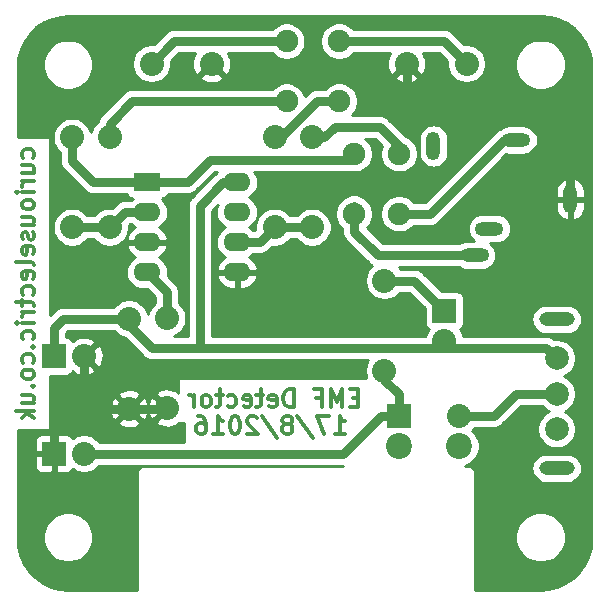
<source format=gbr>
G04 #@! TF.GenerationSoftware,KiCad,Pcbnew,(5.1.10)-1*
G04 #@! TF.CreationDate,2021-07-25T15:26:41+01:00*
G04 #@! TF.ProjectId,EMFDetector_v2,454d4644-6574-4656-9374-6f725f76322e,rev?*
G04 #@! TF.SameCoordinates,PX7270e00PY8a48640*
G04 #@! TF.FileFunction,Copper,L2,Bot*
G04 #@! TF.FilePolarity,Positive*
%FSLAX46Y46*%
G04 Gerber Fmt 4.6, Leading zero omitted, Abs format (unit mm)*
G04 Created by KiCad (PCBNEW (5.1.10)-1) date 2021-07-25 15:26:41*
%MOMM*%
%LPD*%
G01*
G04 APERTURE LIST*
G04 #@! TA.AperFunction,NonConductor*
%ADD10C,0.300000*%
G04 #@! TD*
G04 #@! TA.AperFunction,ComponentPad*
%ADD11C,2.032000*%
G04 #@! TD*
G04 #@! TA.AperFunction,ComponentPad*
%ADD12R,2.032000X2.032000*%
G04 #@! TD*
G04 #@! TA.AperFunction,ComponentPad*
%ADD13O,2.286000X1.574800*%
G04 #@! TD*
G04 #@! TA.AperFunction,ComponentPad*
%ADD14R,2.286000X1.574800*%
G04 #@! TD*
G04 #@! TA.AperFunction,ComponentPad*
%ADD15C,2.199640*%
G04 #@! TD*
G04 #@! TA.AperFunction,ComponentPad*
%ADD16O,3.000000X1.200000*%
G04 #@! TD*
G04 #@! TA.AperFunction,ComponentPad*
%ADD17C,2.000000*%
G04 #@! TD*
G04 #@! TA.AperFunction,ComponentPad*
%ADD18C,1.905000*%
G04 #@! TD*
G04 #@! TA.AperFunction,ComponentPad*
%ADD19O,2.400000X1.200000*%
G04 #@! TD*
G04 #@! TA.AperFunction,ComponentPad*
%ADD20O,1.200000X2.400000*%
G04 #@! TD*
G04 #@! TA.AperFunction,Conductor*
%ADD21C,0.762000*%
G04 #@! TD*
G04 #@! TA.AperFunction,Conductor*
%ADD22C,0.254000*%
G04 #@! TD*
G04 #@! TA.AperFunction,Conductor*
%ADD23C,0.300000*%
G04 #@! TD*
G04 APERTURE END LIST*
D10*
X27541571Y13892429D02*
X28398714Y13892429D01*
X27970142Y13892429D02*
X27970142Y15392429D01*
X28113000Y15178143D01*
X28255857Y15035286D01*
X28398714Y14963858D01*
X27041571Y15392429D02*
X26041571Y15392429D01*
X26684428Y13892429D01*
X24398714Y15463858D02*
X25684428Y13535286D01*
X23684428Y14749572D02*
X23827285Y14821000D01*
X23898714Y14892429D01*
X23970142Y15035286D01*
X23970142Y15106715D01*
X23898714Y15249572D01*
X23827285Y15321000D01*
X23684428Y15392429D01*
X23398714Y15392429D01*
X23255857Y15321000D01*
X23184428Y15249572D01*
X23113000Y15106715D01*
X23113000Y15035286D01*
X23184428Y14892429D01*
X23255857Y14821000D01*
X23398714Y14749572D01*
X23684428Y14749572D01*
X23827285Y14678143D01*
X23898714Y14606715D01*
X23970142Y14463858D01*
X23970142Y14178143D01*
X23898714Y14035286D01*
X23827285Y13963858D01*
X23684428Y13892429D01*
X23398714Y13892429D01*
X23255857Y13963858D01*
X23184428Y14035286D01*
X23113000Y14178143D01*
X23113000Y14463858D01*
X23184428Y14606715D01*
X23255857Y14678143D01*
X23398714Y14749572D01*
X21398714Y15463858D02*
X22684428Y13535286D01*
X20970142Y15249572D02*
X20898714Y15321000D01*
X20755857Y15392429D01*
X20398714Y15392429D01*
X20255857Y15321000D01*
X20184428Y15249572D01*
X20113000Y15106715D01*
X20113000Y14963858D01*
X20184428Y14749572D01*
X21041571Y13892429D01*
X20113000Y13892429D01*
X19184428Y15392429D02*
X19041571Y15392429D01*
X18898714Y15321000D01*
X18827285Y15249572D01*
X18755857Y15106715D01*
X18684428Y14821000D01*
X18684428Y14463858D01*
X18755857Y14178143D01*
X18827285Y14035286D01*
X18898714Y13963858D01*
X19041571Y13892429D01*
X19184428Y13892429D01*
X19327285Y13963858D01*
X19398714Y14035286D01*
X19470142Y14178143D01*
X19541571Y14463858D01*
X19541571Y14821000D01*
X19470142Y15106715D01*
X19398714Y15249572D01*
X19327285Y15321000D01*
X19184428Y15392429D01*
X17255857Y13892429D02*
X18113000Y13892429D01*
X17684428Y13892429D02*
X17684428Y15392429D01*
X17827285Y15178143D01*
X17970142Y15035286D01*
X18113000Y14963858D01*
X15970142Y15392429D02*
X16255857Y15392429D01*
X16398714Y15321000D01*
X16470142Y15249572D01*
X16613000Y15035286D01*
X16684428Y14749572D01*
X16684428Y14178143D01*
X16613000Y14035286D01*
X16541571Y13963858D01*
X16398714Y13892429D01*
X16113000Y13892429D01*
X15970142Y13963858D01*
X15898714Y14035286D01*
X15827285Y14178143D01*
X15827285Y14535286D01*
X15898714Y14678143D01*
X15970142Y14749572D01*
X16113000Y14821000D01*
X16398714Y14821000D01*
X16541571Y14749572D01*
X16613000Y14678143D01*
X16684428Y14535286D01*
X29565428Y16964143D02*
X29065428Y16964143D01*
X28851142Y16178429D02*
X29565428Y16178429D01*
X29565428Y17678429D01*
X28851142Y17678429D01*
X28208285Y16178429D02*
X28208285Y17678429D01*
X27708285Y16607000D01*
X27208285Y17678429D01*
X27208285Y16178429D01*
X25994000Y16964143D02*
X26494000Y16964143D01*
X26494000Y16178429D02*
X26494000Y17678429D01*
X25779714Y17678429D01*
X24065428Y16178429D02*
X24065428Y17678429D01*
X23708285Y17678429D01*
X23494000Y17607000D01*
X23351142Y17464143D01*
X23279714Y17321286D01*
X23208285Y17035572D01*
X23208285Y16821286D01*
X23279714Y16535572D01*
X23351142Y16392715D01*
X23494000Y16249858D01*
X23708285Y16178429D01*
X24065428Y16178429D01*
X21994000Y16249858D02*
X22136857Y16178429D01*
X22422571Y16178429D01*
X22565428Y16249858D01*
X22636857Y16392715D01*
X22636857Y16964143D01*
X22565428Y17107000D01*
X22422571Y17178429D01*
X22136857Y17178429D01*
X21994000Y17107000D01*
X21922571Y16964143D01*
X21922571Y16821286D01*
X22636857Y16678429D01*
X21494000Y17178429D02*
X20922571Y17178429D01*
X21279714Y17678429D02*
X21279714Y16392715D01*
X21208285Y16249858D01*
X21065428Y16178429D01*
X20922571Y16178429D01*
X19851142Y16249858D02*
X19994000Y16178429D01*
X20279714Y16178429D01*
X20422571Y16249858D01*
X20494000Y16392715D01*
X20494000Y16964143D01*
X20422571Y17107000D01*
X20279714Y17178429D01*
X19994000Y17178429D01*
X19851142Y17107000D01*
X19779714Y16964143D01*
X19779714Y16821286D01*
X20494000Y16678429D01*
X18494000Y16249858D02*
X18636857Y16178429D01*
X18922571Y16178429D01*
X19065428Y16249858D01*
X19136857Y16321286D01*
X19208285Y16464143D01*
X19208285Y16892715D01*
X19136857Y17035572D01*
X19065428Y17107000D01*
X18922571Y17178429D01*
X18636857Y17178429D01*
X18494000Y17107000D01*
X18065428Y17178429D02*
X17494000Y17178429D01*
X17851142Y17678429D02*
X17851142Y16392715D01*
X17779714Y16249858D01*
X17636857Y16178429D01*
X17494000Y16178429D01*
X16779714Y16178429D02*
X16922571Y16249858D01*
X16994000Y16321286D01*
X17065428Y16464143D01*
X17065428Y16892715D01*
X16994000Y17035572D01*
X16922571Y17107000D01*
X16779714Y17178429D01*
X16565428Y17178429D01*
X16422571Y17107000D01*
X16351142Y17035572D01*
X16279714Y16892715D01*
X16279714Y16464143D01*
X16351142Y16321286D01*
X16422571Y16249858D01*
X16565428Y16178429D01*
X16779714Y16178429D01*
X15636857Y16178429D02*
X15636857Y17178429D01*
X15636857Y16892715D02*
X15565428Y17035572D01*
X15494000Y17107000D01*
X15351142Y17178429D01*
X15208285Y17178429D01*
X2019142Y37278858D02*
X2090571Y37421715D01*
X2090571Y37707429D01*
X2019142Y37850286D01*
X1947714Y37921715D01*
X1804857Y37993143D01*
X1376285Y37993143D01*
X1233428Y37921715D01*
X1162000Y37850286D01*
X1090571Y37707429D01*
X1090571Y37421715D01*
X1162000Y37278858D01*
X1090571Y35993143D02*
X2090571Y35993143D01*
X1090571Y36636000D02*
X1876285Y36636000D01*
X2019142Y36564572D01*
X2090571Y36421715D01*
X2090571Y36207429D01*
X2019142Y36064572D01*
X1947714Y35993143D01*
X2090571Y35278858D02*
X1090571Y35278858D01*
X1376285Y35278858D02*
X1233428Y35207429D01*
X1162000Y35136000D01*
X1090571Y34993143D01*
X1090571Y34850286D01*
X2090571Y34350286D02*
X1090571Y34350286D01*
X590571Y34350286D02*
X662000Y34421715D01*
X733428Y34350286D01*
X662000Y34278858D01*
X590571Y34350286D01*
X733428Y34350286D01*
X2090571Y33421715D02*
X2019142Y33564572D01*
X1947714Y33636000D01*
X1804857Y33707429D01*
X1376285Y33707429D01*
X1233428Y33636000D01*
X1162000Y33564572D01*
X1090571Y33421715D01*
X1090571Y33207429D01*
X1162000Y33064572D01*
X1233428Y32993143D01*
X1376285Y32921715D01*
X1804857Y32921715D01*
X1947714Y32993143D01*
X2019142Y33064572D01*
X2090571Y33207429D01*
X2090571Y33421715D01*
X1090571Y31636000D02*
X2090571Y31636000D01*
X1090571Y32278858D02*
X1876285Y32278858D01*
X2019142Y32207429D01*
X2090571Y32064572D01*
X2090571Y31850286D01*
X2019142Y31707429D01*
X1947714Y31636000D01*
X2019142Y30993143D02*
X2090571Y30850286D01*
X2090571Y30564572D01*
X2019142Y30421715D01*
X1876285Y30350286D01*
X1804857Y30350286D01*
X1662000Y30421715D01*
X1590571Y30564572D01*
X1590571Y30778858D01*
X1519142Y30921715D01*
X1376285Y30993143D01*
X1304857Y30993143D01*
X1162000Y30921715D01*
X1090571Y30778858D01*
X1090571Y30564572D01*
X1162000Y30421715D01*
X2019142Y29136000D02*
X2090571Y29278858D01*
X2090571Y29564572D01*
X2019142Y29707429D01*
X1876285Y29778858D01*
X1304857Y29778858D01*
X1162000Y29707429D01*
X1090571Y29564572D01*
X1090571Y29278858D01*
X1162000Y29136000D01*
X1304857Y29064572D01*
X1447714Y29064572D01*
X1590571Y29778858D01*
X2090571Y28207429D02*
X2019142Y28350286D01*
X1876285Y28421715D01*
X590571Y28421715D01*
X2019142Y27064572D02*
X2090571Y27207429D01*
X2090571Y27493143D01*
X2019142Y27636000D01*
X1876285Y27707429D01*
X1304857Y27707429D01*
X1162000Y27636000D01*
X1090571Y27493143D01*
X1090571Y27207429D01*
X1162000Y27064572D01*
X1304857Y26993143D01*
X1447714Y26993143D01*
X1590571Y27707429D01*
X2019142Y25707429D02*
X2090571Y25850286D01*
X2090571Y26136000D01*
X2019142Y26278858D01*
X1947714Y26350286D01*
X1804857Y26421715D01*
X1376285Y26421715D01*
X1233428Y26350286D01*
X1162000Y26278858D01*
X1090571Y26136000D01*
X1090571Y25850286D01*
X1162000Y25707429D01*
X1090571Y25278858D02*
X1090571Y24707429D01*
X590571Y25064572D02*
X1876285Y25064572D01*
X2019142Y24993143D01*
X2090571Y24850286D01*
X2090571Y24707429D01*
X2090571Y24207429D02*
X1090571Y24207429D01*
X1376285Y24207429D02*
X1233428Y24136000D01*
X1162000Y24064572D01*
X1090571Y23921715D01*
X1090571Y23778858D01*
X2090571Y23278858D02*
X1090571Y23278858D01*
X590571Y23278858D02*
X662000Y23350286D01*
X733428Y23278858D01*
X662000Y23207429D01*
X590571Y23278858D01*
X733428Y23278858D01*
X2019142Y21921715D02*
X2090571Y22064572D01*
X2090571Y22350286D01*
X2019142Y22493143D01*
X1947714Y22564572D01*
X1804857Y22636000D01*
X1376285Y22636000D01*
X1233428Y22564572D01*
X1162000Y22493143D01*
X1090571Y22350286D01*
X1090571Y22064572D01*
X1162000Y21921715D01*
X1947714Y21278858D02*
X2019142Y21207429D01*
X2090571Y21278858D01*
X2019142Y21350286D01*
X1947714Y21278858D01*
X2090571Y21278858D01*
X2019142Y19921715D02*
X2090571Y20064572D01*
X2090571Y20350286D01*
X2019142Y20493143D01*
X1947714Y20564572D01*
X1804857Y20636000D01*
X1376285Y20636000D01*
X1233428Y20564572D01*
X1162000Y20493143D01*
X1090571Y20350286D01*
X1090571Y20064572D01*
X1162000Y19921715D01*
X2090571Y19064572D02*
X2019142Y19207429D01*
X1947714Y19278858D01*
X1804857Y19350286D01*
X1376285Y19350286D01*
X1233428Y19278858D01*
X1162000Y19207429D01*
X1090571Y19064572D01*
X1090571Y18850286D01*
X1162000Y18707429D01*
X1233428Y18636000D01*
X1376285Y18564572D01*
X1804857Y18564572D01*
X1947714Y18636000D01*
X2019142Y18707429D01*
X2090571Y18850286D01*
X2090571Y19064572D01*
X1947714Y17921715D02*
X2019142Y17850286D01*
X2090571Y17921715D01*
X2019142Y17993143D01*
X1947714Y17921715D01*
X2090571Y17921715D01*
X1090571Y16564572D02*
X2090571Y16564572D01*
X1090571Y17207429D02*
X1876285Y17207429D01*
X2019142Y17136000D01*
X2090571Y16993143D01*
X2090571Y16778858D01*
X2019142Y16636000D01*
X1947714Y16564572D01*
X2090571Y15850286D02*
X590571Y15850286D01*
X1519142Y15707429D02*
X2090571Y15278858D01*
X1090571Y15278858D02*
X1662000Y15850286D01*
D11*
X6332000Y12230000D03*
D12*
X3792000Y12230000D03*
D11*
X6332000Y20485000D03*
D12*
X3792000Y20485000D03*
D13*
X19286000Y35217000D03*
X19286000Y32677000D03*
X19286000Y30137000D03*
X19286000Y27597000D03*
X11666000Y27597000D03*
X11666000Y30137000D03*
X11666000Y32677000D03*
D14*
X11666000Y35217000D03*
D15*
X38082000Y12865000D03*
X33002000Y12865000D03*
D11*
X38082000Y15405000D03*
D12*
X33002000Y15405000D03*
D16*
X46337000Y11010000D03*
X46337000Y23610000D03*
D17*
X46337000Y14310000D03*
X46337000Y20310000D03*
X46362400Y17302380D03*
D12*
X36845000Y24350000D03*
D11*
X36845000Y21810000D03*
X31765000Y19270000D03*
X31765000Y26890000D03*
X22461000Y39027000D03*
X22461000Y31407000D03*
X8491000Y39027000D03*
X8491000Y31407000D03*
D18*
X27922000Y42075000D03*
X27922000Y47155000D03*
X23477000Y42075000D03*
X23477000Y47155000D03*
X29192000Y32550000D03*
X29192000Y37630000D03*
X33002000Y32550000D03*
X33002000Y37630000D03*
D11*
X12047000Y45250000D03*
X17127000Y45250000D03*
X33637000Y45250000D03*
X38717000Y45250000D03*
D19*
X40657000Y31285000D03*
D20*
X47507000Y33785000D03*
D19*
X42907000Y38785000D03*
X39407000Y29035000D03*
D20*
X35907000Y38285000D03*
D11*
X10142000Y23660000D03*
X10142000Y16040000D03*
X13350000Y23715000D03*
X13350000Y16095000D03*
X25636000Y31407000D03*
X25636000Y39027000D03*
X5316000Y39027000D03*
X5316000Y31407000D03*
D21*
X19286000Y35217000D02*
X18121000Y35217000D01*
X16144000Y33240000D02*
X16144000Y21175000D01*
X18121000Y35217000D02*
X16144000Y33240000D01*
X45472000Y21175000D02*
X46337000Y20310000D01*
X10142000Y23660000D02*
X10142000Y23113000D01*
X10142000Y23113000D02*
X12080000Y21175000D01*
X3792000Y20485000D02*
X3792000Y22898000D01*
X4554000Y23660000D02*
X10142000Y23660000D01*
X3792000Y22898000D02*
X4554000Y23660000D01*
X36845000Y21810000D02*
X36972000Y21810000D01*
X36972000Y21810000D02*
X37607000Y21175000D01*
X37607000Y21175000D02*
X36845000Y21810000D01*
X36845000Y21810000D02*
X37480000Y21175000D01*
X16144000Y21175000D02*
X37607000Y21175000D01*
X37607000Y21175000D02*
X45472000Y21175000D01*
X14620000Y21175000D02*
X36210000Y21175000D01*
X36210000Y21175000D02*
X36845000Y21810000D01*
X12080000Y21175000D02*
X14620000Y21175000D01*
X10142000Y16040000D02*
X7690000Y16040000D01*
X6122000Y17608000D02*
X6332000Y17608000D01*
X7690000Y16040000D02*
X6122000Y17608000D01*
X10142000Y16040000D02*
X13295000Y16040000D01*
X13295000Y16040000D02*
X13350000Y16095000D01*
X3792000Y12230000D02*
X3792000Y15278000D01*
X3792000Y15278000D02*
X6332000Y17818000D01*
X6332000Y17818000D02*
X6332000Y17608000D01*
X6332000Y17608000D02*
X6332000Y20485000D01*
X33637000Y45250000D02*
X33637000Y42925000D01*
X33637000Y42925000D02*
X34813000Y41749000D01*
X34813000Y41749000D02*
X45100000Y41749000D01*
X47507000Y39342000D02*
X47507000Y33785000D01*
X45100000Y41749000D02*
X47507000Y39342000D01*
X6332000Y12230000D02*
X28281000Y12230000D01*
X31456000Y15405000D02*
X33002000Y15405000D01*
X28281000Y12230000D02*
X31456000Y15405000D01*
X31765000Y19270000D02*
X31765000Y18508000D01*
X31765000Y18508000D02*
X33002000Y17271000D01*
X33002000Y17271000D02*
X33002000Y15405000D01*
X13350000Y23715000D02*
X13350000Y25913000D01*
X13350000Y25913000D02*
X11666000Y27597000D01*
X6332000Y12230000D02*
X6840000Y12230000D01*
X22461000Y39027000D02*
X22969000Y39027000D01*
X22969000Y39027000D02*
X26017000Y42075000D01*
X26017000Y42075000D02*
X27922000Y42075000D01*
X27922000Y47155000D02*
X36812000Y47155000D01*
X36812000Y47155000D02*
X38717000Y45250000D01*
X23477000Y42075000D02*
X10396000Y42075000D01*
X8491000Y40170000D02*
X8491000Y39027000D01*
X10396000Y42075000D02*
X8491000Y40170000D01*
X23477000Y47155000D02*
X13952000Y47155000D01*
X13952000Y47155000D02*
X12047000Y45250000D01*
X29192000Y32550000D02*
X29192000Y31026000D01*
X31183000Y29035000D02*
X39407000Y29035000D01*
X29192000Y31026000D02*
X31183000Y29035000D01*
X29192000Y32550000D02*
X29192000Y33185000D01*
X11666000Y35217000D02*
X15095000Y35217000D01*
X17000000Y37122000D02*
X28684000Y37122000D01*
X15095000Y35217000D02*
X17000000Y37122000D01*
X28684000Y37122000D02*
X29192000Y37630000D01*
X5316000Y39027000D02*
X5316000Y36995000D01*
X5316000Y36995000D02*
X7094000Y35217000D01*
X7094000Y35217000D02*
X11666000Y35217000D01*
X33002000Y32550000D02*
X34885000Y32550000D01*
X34885000Y32550000D02*
X35647000Y32550000D01*
X34885000Y32550000D02*
X35288000Y32550000D01*
X41882000Y38785000D02*
X42907000Y38785000D01*
X35647000Y32550000D02*
X41882000Y38785000D01*
X25636000Y39027000D02*
X26652000Y39027000D01*
X26652000Y39027000D02*
X27541000Y39916000D01*
X31351000Y39916000D02*
X33002000Y38265000D01*
X27541000Y39916000D02*
X31351000Y39916000D01*
X33002000Y38265000D02*
X33002000Y37630000D01*
X38082000Y15405000D02*
X41003000Y15405000D01*
X42900380Y17302380D02*
X46362400Y17302380D01*
X41003000Y15405000D02*
X42900380Y17302380D01*
X19286000Y30137000D02*
X21191000Y30137000D01*
X21191000Y30137000D02*
X22461000Y31407000D01*
X25636000Y31407000D02*
X22461000Y31407000D01*
X11666000Y32677000D02*
X9761000Y32677000D01*
X9761000Y32677000D02*
X8491000Y31407000D01*
X5316000Y31407000D02*
X8491000Y31407000D01*
X36845000Y24350000D02*
X34305000Y26890000D01*
X34305000Y26890000D02*
X31765000Y26890000D01*
D22*
X45759192Y49219422D02*
X46494389Y49018295D01*
X47182351Y48690154D01*
X47801331Y48245372D01*
X48331761Y47698012D01*
X48756884Y47065361D01*
X49063251Y46367439D01*
X49242499Y45620817D01*
X49290000Y44973970D01*
X49290001Y5031630D01*
X49219422Y4240807D01*
X49018295Y3505611D01*
X48690152Y2817645D01*
X48245374Y2198672D01*
X47698012Y1668239D01*
X47065362Y1243117D01*
X46367439Y936749D01*
X45620819Y757501D01*
X44973970Y710000D01*
X39460000Y710000D01*
X39460000Y5375279D01*
X42847000Y5375279D01*
X42847000Y4954721D01*
X42929047Y4542244D01*
X43089988Y4153698D01*
X43323637Y3804017D01*
X43621017Y3506637D01*
X43970698Y3272988D01*
X44359244Y3112047D01*
X44771721Y3030000D01*
X45192279Y3030000D01*
X45604756Y3112047D01*
X45993302Y3272988D01*
X46342983Y3506637D01*
X46640363Y3804017D01*
X46874012Y4153698D01*
X47034953Y4542244D01*
X47117000Y4954721D01*
X47117000Y5375279D01*
X47034953Y5787756D01*
X46874012Y6176302D01*
X46640363Y6525983D01*
X46342983Y6823363D01*
X45993302Y7057012D01*
X45604756Y7217953D01*
X45192279Y7300000D01*
X44771721Y7300000D01*
X44359244Y7217953D01*
X43970698Y7057012D01*
X43621017Y6823363D01*
X43323637Y6525983D01*
X43089988Y6176302D01*
X42929047Y5787756D01*
X42847000Y5375279D01*
X39460000Y5375279D01*
X39460000Y10465123D01*
X39463435Y10500000D01*
X39449727Y10639184D01*
X39409128Y10773020D01*
X39343200Y10896363D01*
X39254475Y11004475D01*
X39247743Y11010000D01*
X44196025Y11010000D01*
X44219870Y10767898D01*
X44290489Y10535099D01*
X44405167Y10320551D01*
X44559498Y10132498D01*
X44747551Y9978167D01*
X44962099Y9863489D01*
X45194898Y9792870D01*
X45376335Y9775000D01*
X47297665Y9775000D01*
X47479102Y9792870D01*
X47711901Y9863489D01*
X47926449Y9978167D01*
X48114502Y10132498D01*
X48268833Y10320551D01*
X48383511Y10535099D01*
X48454130Y10767898D01*
X48477975Y11010000D01*
X48454130Y11252102D01*
X48383511Y11484901D01*
X48268833Y11699449D01*
X48114502Y11887502D01*
X47926449Y12041833D01*
X47711901Y12156511D01*
X47479102Y12227130D01*
X47297665Y12245000D01*
X45376335Y12245000D01*
X45194898Y12227130D01*
X44962099Y12156511D01*
X44747551Y12041833D01*
X44559498Y11887502D01*
X44405167Y11699449D01*
X44290489Y11484901D01*
X44219870Y11252102D01*
X44196025Y11010000D01*
X39247743Y11010000D01*
X39146363Y11093200D01*
X39023020Y11159128D01*
X38889184Y11199727D01*
X38750000Y11213435D01*
X38715123Y11210000D01*
X38619780Y11210000D01*
X38903745Y11327623D01*
X39187883Y11517477D01*
X39429523Y11759117D01*
X39619377Y12043255D01*
X39750152Y12358972D01*
X39816820Y12694135D01*
X39816820Y13035865D01*
X39750152Y13371028D01*
X39619377Y13686745D01*
X39429523Y13970883D01*
X39206136Y14194270D01*
X39364415Y14352549D01*
X39388771Y14389000D01*
X40953098Y14389000D01*
X41003000Y14384085D01*
X41052902Y14389000D01*
X41202171Y14403702D01*
X41393687Y14461798D01*
X41570190Y14556140D01*
X41724896Y14683104D01*
X41756712Y14721872D01*
X43321221Y16286380D01*
X45074872Y16286380D01*
X45092413Y16260128D01*
X45320148Y16032393D01*
X45587937Y15853462D01*
X45689361Y15811451D01*
X45562537Y15758918D01*
X45294748Y15579987D01*
X45067013Y15352252D01*
X44888082Y15084463D01*
X44764832Y14786912D01*
X44702000Y14471033D01*
X44702000Y14148967D01*
X44764832Y13833088D01*
X44888082Y13535537D01*
X45067013Y13267748D01*
X45294748Y13040013D01*
X45562537Y12861082D01*
X45860088Y12737832D01*
X46175967Y12675000D01*
X46498033Y12675000D01*
X46813912Y12737832D01*
X47111463Y12861082D01*
X47379252Y13040013D01*
X47606987Y13267748D01*
X47785918Y13535537D01*
X47909168Y13833088D01*
X47972000Y14148967D01*
X47972000Y14471033D01*
X47909168Y14786912D01*
X47785918Y15084463D01*
X47606987Y15352252D01*
X47379252Y15579987D01*
X47111463Y15758918D01*
X47010039Y15800929D01*
X47136863Y15853462D01*
X47404652Y16032393D01*
X47632387Y16260128D01*
X47811318Y16527917D01*
X47934568Y16825468D01*
X47997400Y17141347D01*
X47997400Y17463413D01*
X47934568Y17779292D01*
X47811318Y18076843D01*
X47632387Y18344632D01*
X47404652Y18572367D01*
X47136863Y18751298D01*
X46991642Y18811451D01*
X47111463Y18861082D01*
X47379252Y19040013D01*
X47606987Y19267748D01*
X47785918Y19535537D01*
X47909168Y19833088D01*
X47972000Y20148967D01*
X47972000Y20471033D01*
X47909168Y20786912D01*
X47785918Y21084463D01*
X47606987Y21352252D01*
X47379252Y21579987D01*
X47111463Y21758918D01*
X46813912Y21882168D01*
X46498033Y21945000D01*
X46175967Y21945000D01*
X46143219Y21938486D01*
X46039190Y22023860D01*
X45862687Y22118202D01*
X45671171Y22176298D01*
X45521902Y22191000D01*
X45472000Y22195915D01*
X45422098Y22191000D01*
X38452559Y22191000D01*
X38432553Y22291579D01*
X38308097Y22592042D01*
X38179636Y22784296D01*
X38215494Y22803463D01*
X38312185Y22882815D01*
X38391537Y22979506D01*
X38450502Y23089820D01*
X38486812Y23209518D01*
X38499072Y23334000D01*
X38499072Y23610000D01*
X44196025Y23610000D01*
X44219870Y23367898D01*
X44290489Y23135099D01*
X44405167Y22920551D01*
X44559498Y22732498D01*
X44747551Y22578167D01*
X44962099Y22463489D01*
X45194898Y22392870D01*
X45376335Y22375000D01*
X47297665Y22375000D01*
X47479102Y22392870D01*
X47711901Y22463489D01*
X47926449Y22578167D01*
X48114502Y22732498D01*
X48268833Y22920551D01*
X48383511Y23135099D01*
X48454130Y23367898D01*
X48477975Y23610000D01*
X48454130Y23852102D01*
X48383511Y24084901D01*
X48268833Y24299449D01*
X48114502Y24487502D01*
X47926449Y24641833D01*
X47711901Y24756511D01*
X47479102Y24827130D01*
X47297665Y24845000D01*
X45376335Y24845000D01*
X45194898Y24827130D01*
X44962099Y24756511D01*
X44747551Y24641833D01*
X44559498Y24487502D01*
X44405167Y24299449D01*
X44290489Y24084901D01*
X44219870Y23852102D01*
X44196025Y23610000D01*
X38499072Y23610000D01*
X38499072Y25366000D01*
X38486812Y25490482D01*
X38450502Y25610180D01*
X38391537Y25720494D01*
X38312185Y25817185D01*
X38215494Y25896537D01*
X38105180Y25955502D01*
X37985482Y25991812D01*
X37861000Y26004072D01*
X36627769Y26004072D01*
X35058712Y27573128D01*
X35026896Y27611896D01*
X34872190Y27738860D01*
X34695687Y27833202D01*
X34504171Y27891298D01*
X34354902Y27906000D01*
X34305000Y27910915D01*
X34255098Y27906000D01*
X33071771Y27906000D01*
X33047415Y27942451D01*
X32970866Y28019000D01*
X38098258Y28019000D01*
X38117551Y28003167D01*
X38332099Y27888489D01*
X38564898Y27817870D01*
X38746335Y27800000D01*
X40067665Y27800000D01*
X40249102Y27817870D01*
X40481901Y27888489D01*
X40696449Y28003167D01*
X40884502Y28157498D01*
X41038833Y28345551D01*
X41153511Y28560099D01*
X41224130Y28792898D01*
X41247975Y29035000D01*
X41224130Y29277102D01*
X41153511Y29509901D01*
X41038833Y29724449D01*
X40884502Y29912502D01*
X40716960Y30050000D01*
X41317665Y30050000D01*
X41499102Y30067870D01*
X41731901Y30138489D01*
X41946449Y30253167D01*
X42134502Y30407498D01*
X42288833Y30595551D01*
X42403511Y30810099D01*
X42474130Y31042898D01*
X42497975Y31285000D01*
X42474130Y31527102D01*
X42403511Y31759901D01*
X42288833Y31974449D01*
X42134502Y32162502D01*
X41946449Y32316833D01*
X41731901Y32431511D01*
X41499102Y32502130D01*
X41317665Y32520000D01*
X39996335Y32520000D01*
X39814898Y32502130D01*
X39582099Y32431511D01*
X39367551Y32316833D01*
X39179498Y32162502D01*
X39025167Y31974449D01*
X38910489Y31759901D01*
X38839870Y31527102D01*
X38816025Y31285000D01*
X38839870Y31042898D01*
X38910489Y30810099D01*
X39025167Y30595551D01*
X39179498Y30407498D01*
X39347040Y30270000D01*
X38746335Y30270000D01*
X38564898Y30252130D01*
X38332099Y30181511D01*
X38117551Y30066833D01*
X38098258Y30051000D01*
X31603841Y30051000D01*
X30270952Y31383888D01*
X30425092Y31538028D01*
X30598824Y31798037D01*
X30718493Y32086943D01*
X30779500Y32393645D01*
X30779500Y32706355D01*
X31414500Y32706355D01*
X31414500Y32393645D01*
X31475507Y32086943D01*
X31595176Y31798037D01*
X31768908Y31538028D01*
X31990028Y31316908D01*
X32250037Y31143176D01*
X32538943Y31023507D01*
X32845645Y30962500D01*
X33158355Y30962500D01*
X33465057Y31023507D01*
X33753963Y31143176D01*
X34013972Y31316908D01*
X34231064Y31534000D01*
X35597098Y31534000D01*
X35647000Y31529085D01*
X35696902Y31534000D01*
X35846171Y31548702D01*
X36037687Y31606798D01*
X36214190Y31701140D01*
X36368896Y31828104D01*
X36400712Y31866872D01*
X38191840Y33658000D01*
X46272000Y33658000D01*
X46272000Y33058000D01*
X46320507Y32819504D01*
X46414610Y32595054D01*
X46550693Y32393275D01*
X46723526Y32221922D01*
X46926467Y32087579D01*
X47151718Y31995409D01*
X47189391Y31991538D01*
X47380000Y32116269D01*
X47380000Y33658000D01*
X47634000Y33658000D01*
X47634000Y32116269D01*
X47824609Y31991538D01*
X47862282Y31995409D01*
X48087533Y32087579D01*
X48290474Y32221922D01*
X48463307Y32393275D01*
X48599390Y32595054D01*
X48693493Y32819504D01*
X48742000Y33058000D01*
X48742000Y33658000D01*
X47634000Y33658000D01*
X47380000Y33658000D01*
X46272000Y33658000D01*
X38191840Y33658000D01*
X39045840Y34512000D01*
X46272000Y34512000D01*
X46272000Y33912000D01*
X47380000Y33912000D01*
X47380000Y35453731D01*
X47634000Y35453731D01*
X47634000Y33912000D01*
X48742000Y33912000D01*
X48742000Y34512000D01*
X48693493Y34750496D01*
X48599390Y34974946D01*
X48463307Y35176725D01*
X48290474Y35348078D01*
X48087533Y35482421D01*
X47862282Y35574591D01*
X47824609Y35578462D01*
X47634000Y35453731D01*
X47380000Y35453731D01*
X47189391Y35578462D01*
X47151718Y35574591D01*
X46926467Y35482421D01*
X46723526Y35348078D01*
X46550693Y35176725D01*
X46414610Y34974946D01*
X46320507Y34750496D01*
X46272000Y34512000D01*
X39045840Y34512000D01*
X42098410Y37564569D01*
X42246335Y37550000D01*
X43567665Y37550000D01*
X43749102Y37567870D01*
X43981901Y37638489D01*
X44196449Y37753167D01*
X44384502Y37907498D01*
X44538833Y38095551D01*
X44653511Y38310099D01*
X44724130Y38542898D01*
X44747975Y38785000D01*
X44724130Y39027102D01*
X44653511Y39259901D01*
X44538833Y39474449D01*
X44384502Y39662502D01*
X44196449Y39816833D01*
X43981901Y39931511D01*
X43749102Y40002130D01*
X43567665Y40020000D01*
X42246335Y40020000D01*
X42064898Y40002130D01*
X41832099Y39931511D01*
X41617551Y39816833D01*
X41520250Y39736980D01*
X41491313Y39728202D01*
X41314810Y39633860D01*
X41160104Y39506896D01*
X41128292Y39468133D01*
X35226160Y33566000D01*
X34231064Y33566000D01*
X34013972Y33783092D01*
X33753963Y33956824D01*
X33465057Y34076493D01*
X33158355Y34137500D01*
X32845645Y34137500D01*
X32538943Y34076493D01*
X32250037Y33956824D01*
X31990028Y33783092D01*
X31768908Y33561972D01*
X31595176Y33301963D01*
X31475507Y33013057D01*
X31414500Y32706355D01*
X30779500Y32706355D01*
X30718493Y33013057D01*
X30598824Y33301963D01*
X30425092Y33561972D01*
X30203972Y33783092D01*
X29943963Y33956824D01*
X29760421Y34032850D01*
X29759190Y34033860D01*
X29582687Y34128202D01*
X29391171Y34186298D01*
X29192000Y34205915D01*
X28992830Y34186298D01*
X28801314Y34128202D01*
X28624811Y34033860D01*
X28623581Y34032851D01*
X28440037Y33956824D01*
X28180028Y33783092D01*
X27958908Y33561972D01*
X27785176Y33301963D01*
X27665507Y33013057D01*
X27604500Y32706355D01*
X27604500Y32393645D01*
X27665507Y32086943D01*
X27785176Y31798037D01*
X27958908Y31538028D01*
X28176001Y31320935D01*
X28176001Y31075911D01*
X28171085Y31026000D01*
X28190702Y30826830D01*
X28233695Y30685105D01*
X28248799Y30635313D01*
X28343141Y30458810D01*
X28470105Y30304104D01*
X28508868Y30272292D01*
X30429292Y28351867D01*
X30461104Y28313104D01*
X30615810Y28186140D01*
X30687797Y28147663D01*
X30482585Y27942451D01*
X30301903Y27672042D01*
X30177447Y27371579D01*
X30114000Y27052609D01*
X30114000Y26727391D01*
X30177447Y26408421D01*
X30301903Y26107958D01*
X30482585Y25837549D01*
X30712549Y25607585D01*
X30982958Y25426903D01*
X31283421Y25302447D01*
X31602391Y25239000D01*
X31927609Y25239000D01*
X32246579Y25302447D01*
X32547042Y25426903D01*
X32817451Y25607585D01*
X33047415Y25837549D01*
X33071771Y25874000D01*
X33884160Y25874000D01*
X35190928Y24567231D01*
X35190928Y23334000D01*
X35203188Y23209518D01*
X35239498Y23089820D01*
X35298463Y22979506D01*
X35377815Y22882815D01*
X35474506Y22803463D01*
X35510364Y22784296D01*
X35381903Y22592042D01*
X35257447Y22291579D01*
X35237441Y22191000D01*
X17160000Y22191000D01*
X17160000Y27249940D01*
X17550990Y27249940D01*
X17567672Y27170004D01*
X17677159Y26912354D01*
X17834808Y26681014D01*
X18034560Y26484875D01*
X18268738Y26331474D01*
X18528344Y26226707D01*
X18803400Y26174600D01*
X19159000Y26174600D01*
X19159000Y27470000D01*
X19413000Y27470000D01*
X19413000Y26174600D01*
X19768600Y26174600D01*
X20043656Y26226707D01*
X20303262Y26331474D01*
X20537440Y26484875D01*
X20737192Y26681014D01*
X20894841Y26912354D01*
X21004328Y27170004D01*
X21021010Y27249940D01*
X20898852Y27470000D01*
X19413000Y27470000D01*
X19159000Y27470000D01*
X17673148Y27470000D01*
X17550990Y27249940D01*
X17160000Y27249940D01*
X17160000Y32819160D01*
X17661717Y33320877D01*
X17609916Y33223963D01*
X17528581Y32955839D01*
X17501118Y32677000D01*
X17528581Y32398161D01*
X17609916Y32130037D01*
X17741995Y31882933D01*
X17919745Y31666345D01*
X18136333Y31488595D01*
X18288987Y31407000D01*
X18136333Y31325405D01*
X17919745Y31147655D01*
X17741995Y30931067D01*
X17609916Y30683963D01*
X17528581Y30415839D01*
X17501118Y30137000D01*
X17528581Y29858161D01*
X17609916Y29590037D01*
X17741995Y29342933D01*
X17919745Y29126345D01*
X18136333Y28948595D01*
X18285045Y28869107D01*
X18268738Y28862526D01*
X18034560Y28709125D01*
X17834808Y28512986D01*
X17677159Y28281646D01*
X17567672Y28023996D01*
X17550990Y27944060D01*
X17673148Y27724000D01*
X19159000Y27724000D01*
X19159000Y27744000D01*
X19413000Y27744000D01*
X19413000Y27724000D01*
X20898852Y27724000D01*
X21021010Y27944060D01*
X21004328Y28023996D01*
X20894841Y28281646D01*
X20737192Y28512986D01*
X20537440Y28709125D01*
X20303262Y28862526D01*
X20286955Y28869107D01*
X20435667Y28948595D01*
X20645742Y29121000D01*
X21141098Y29121000D01*
X21191000Y29116085D01*
X21240902Y29121000D01*
X21390171Y29135702D01*
X21581687Y29193798D01*
X21758190Y29288140D01*
X21912896Y29415104D01*
X21944712Y29453872D01*
X22255393Y29764553D01*
X22298391Y29756000D01*
X22623609Y29756000D01*
X22942579Y29819447D01*
X23243042Y29943903D01*
X23513451Y30124585D01*
X23743415Y30354549D01*
X23767771Y30391000D01*
X24329229Y30391000D01*
X24353585Y30354549D01*
X24583549Y30124585D01*
X24853958Y29943903D01*
X25154421Y29819447D01*
X25473391Y29756000D01*
X25798609Y29756000D01*
X26117579Y29819447D01*
X26418042Y29943903D01*
X26688451Y30124585D01*
X26918415Y30354549D01*
X27099097Y30624958D01*
X27223553Y30925421D01*
X27287000Y31244391D01*
X27287000Y31569609D01*
X27223553Y31888579D01*
X27099097Y32189042D01*
X26918415Y32459451D01*
X26688451Y32689415D01*
X26418042Y32870097D01*
X26117579Y32994553D01*
X25798609Y33058000D01*
X25473391Y33058000D01*
X25154421Y32994553D01*
X24853958Y32870097D01*
X24583549Y32689415D01*
X24353585Y32459451D01*
X24329229Y32423000D01*
X23767771Y32423000D01*
X23743415Y32459451D01*
X23513451Y32689415D01*
X23243042Y32870097D01*
X22942579Y32994553D01*
X22623609Y33058000D01*
X22298391Y33058000D01*
X21979421Y32994553D01*
X21678958Y32870097D01*
X21408549Y32689415D01*
X21178585Y32459451D01*
X20997903Y32189042D01*
X20873447Y31888579D01*
X20810000Y31569609D01*
X20810000Y31244391D01*
X20818553Y31201393D01*
X20770160Y31153000D01*
X20645742Y31153000D01*
X20435667Y31325405D01*
X20283013Y31407000D01*
X20435667Y31488595D01*
X20652255Y31666345D01*
X20830005Y31882933D01*
X20962084Y32130037D01*
X21043419Y32398161D01*
X21070882Y32677000D01*
X21043419Y32955839D01*
X20962084Y33223963D01*
X20830005Y33471067D01*
X20652255Y33687655D01*
X20435667Y33865405D01*
X20283013Y33947000D01*
X20435667Y34028595D01*
X20652255Y34206345D01*
X20830005Y34422933D01*
X20962084Y34670037D01*
X21043419Y34938161D01*
X21070882Y35217000D01*
X21043419Y35495839D01*
X20962084Y35763963D01*
X20830005Y36011067D01*
X20752095Y36106000D01*
X28634098Y36106000D01*
X28684000Y36101085D01*
X28725033Y36105127D01*
X28728943Y36103507D01*
X29035645Y36042500D01*
X29348355Y36042500D01*
X29655057Y36103507D01*
X29943963Y36223176D01*
X30203972Y36396908D01*
X30425092Y36618028D01*
X30598824Y36878037D01*
X30718493Y37166943D01*
X30779500Y37473645D01*
X30779500Y37786355D01*
X30718493Y38093057D01*
X30598824Y38381963D01*
X30425092Y38641972D01*
X30203972Y38863092D01*
X30148735Y38900000D01*
X30930160Y38900000D01*
X31552127Y38278033D01*
X31475507Y38093057D01*
X31414500Y37786355D01*
X31414500Y37473645D01*
X31475507Y37166943D01*
X31595176Y36878037D01*
X31768908Y36618028D01*
X31990028Y36396908D01*
X32250037Y36223176D01*
X32538943Y36103507D01*
X32845645Y36042500D01*
X33158355Y36042500D01*
X33465057Y36103507D01*
X33753963Y36223176D01*
X34013972Y36396908D01*
X34235092Y36618028D01*
X34408824Y36878037D01*
X34528493Y37166943D01*
X34589500Y37473645D01*
X34589500Y37786355D01*
X34528493Y38093057D01*
X34408824Y38381963D01*
X34235092Y38641972D01*
X34013972Y38863092D01*
X33890393Y38945665D01*
X34672000Y38945665D01*
X34672000Y37624336D01*
X34689870Y37442899D01*
X34760489Y37210100D01*
X34875167Y36995552D01*
X35029498Y36807498D01*
X35217551Y36653167D01*
X35432099Y36538489D01*
X35664898Y36467870D01*
X35907000Y36444025D01*
X36149101Y36467870D01*
X36381900Y36538489D01*
X36596448Y36653167D01*
X36784502Y36807498D01*
X36938833Y36995551D01*
X37053511Y37210099D01*
X37124130Y37442898D01*
X37142000Y37624335D01*
X37142000Y38945665D01*
X37124130Y39127102D01*
X37053511Y39359901D01*
X36938833Y39574449D01*
X36784502Y39762502D01*
X36596449Y39916833D01*
X36381901Y40031511D01*
X36149102Y40102130D01*
X35907000Y40125975D01*
X35664899Y40102130D01*
X35432100Y40031511D01*
X35217552Y39916833D01*
X35029499Y39762502D01*
X34875168Y39574449D01*
X34760489Y39359901D01*
X34689870Y39127102D01*
X34672000Y38945665D01*
X33890393Y38945665D01*
X33753963Y39036824D01*
X33605537Y39098304D01*
X32104712Y40599128D01*
X32072896Y40637896D01*
X31918190Y40764860D01*
X31741687Y40859202D01*
X31550171Y40917298D01*
X31400902Y40932000D01*
X31351000Y40936915D01*
X31301098Y40932000D01*
X29024064Y40932000D01*
X29155092Y41063028D01*
X29328824Y41323037D01*
X29448493Y41611943D01*
X29509500Y41918645D01*
X29509500Y42231355D01*
X29448493Y42538057D01*
X29328824Y42826963D01*
X29155092Y43086972D01*
X28933972Y43308092D01*
X28673963Y43481824D01*
X28385057Y43601493D01*
X28078355Y43662500D01*
X27765645Y43662500D01*
X27458943Y43601493D01*
X27170037Y43481824D01*
X26910028Y43308092D01*
X26692936Y43091000D01*
X26066902Y43091000D01*
X26017000Y43095915D01*
X25817829Y43076298D01*
X25626312Y43018202D01*
X25564832Y42985340D01*
X25449810Y42923860D01*
X25295104Y42796896D01*
X25263292Y42758133D01*
X25010084Y42504924D01*
X25003493Y42538057D01*
X24883824Y42826963D01*
X24710092Y43086972D01*
X24488972Y43308092D01*
X24228963Y43481824D01*
X23940057Y43601493D01*
X23633355Y43662500D01*
X23320645Y43662500D01*
X23013943Y43601493D01*
X22725037Y43481824D01*
X22465028Y43308092D01*
X22247936Y43091000D01*
X10445902Y43091000D01*
X10396000Y43095915D01*
X10346098Y43091000D01*
X10196829Y43076298D01*
X10005313Y43018202D01*
X9828810Y42923860D01*
X9674104Y42796896D01*
X9642292Y42758133D01*
X7807872Y40923712D01*
X7769104Y40891896D01*
X7642140Y40737190D01*
X7547798Y40560686D01*
X7489702Y40369171D01*
X7489702Y40369170D01*
X7487006Y40341793D01*
X7438549Y40309415D01*
X7208585Y40079451D01*
X7027903Y39809042D01*
X6903500Y39508707D01*
X6779097Y39809042D01*
X6598415Y40079451D01*
X6368451Y40309415D01*
X6098042Y40490097D01*
X5797579Y40614553D01*
X5478609Y40678000D01*
X5153391Y40678000D01*
X4834421Y40614553D01*
X4533958Y40490097D01*
X4263549Y40309415D01*
X4033585Y40079451D01*
X3852903Y39809042D01*
X3728447Y39508579D01*
X3665000Y39189609D01*
X3665000Y38864391D01*
X3728447Y38545421D01*
X3852903Y38244958D01*
X4033585Y37974549D01*
X4263549Y37744585D01*
X4300001Y37720229D01*
X4300001Y37044911D01*
X4295085Y36995000D01*
X4314702Y36795830D01*
X4365401Y36628702D01*
X4372799Y36604313D01*
X4467141Y36427810D01*
X4594105Y36273104D01*
X4632868Y36241292D01*
X6340292Y34533867D01*
X6372104Y34495104D01*
X6526810Y34368140D01*
X6703311Y34273799D01*
X6703313Y34273798D01*
X6894829Y34215702D01*
X7094000Y34196085D01*
X7143902Y34201000D01*
X9928772Y34201000D01*
X9933498Y34185420D01*
X9992463Y34075106D01*
X10071815Y33978415D01*
X10168506Y33899063D01*
X10278820Y33840098D01*
X10398518Y33803788D01*
X10436674Y33800030D01*
X10306258Y33693000D01*
X9810893Y33693000D01*
X9760999Y33697914D01*
X9711105Y33693000D01*
X9711098Y33693000D01*
X9561829Y33678298D01*
X9370313Y33620202D01*
X9193810Y33525860D01*
X9039104Y33398896D01*
X9007292Y33360133D01*
X8696607Y33049447D01*
X8653609Y33058000D01*
X8328391Y33058000D01*
X8009421Y32994553D01*
X7708958Y32870097D01*
X7438549Y32689415D01*
X7208585Y32459451D01*
X7184229Y32423000D01*
X6622771Y32423000D01*
X6598415Y32459451D01*
X6368451Y32689415D01*
X6098042Y32870097D01*
X5797579Y32994553D01*
X5478609Y33058000D01*
X5153391Y33058000D01*
X4834421Y32994553D01*
X4533958Y32870097D01*
X4263549Y32689415D01*
X4033585Y32459451D01*
X3852903Y32189042D01*
X3728447Y31888579D01*
X3665000Y31569609D01*
X3665000Y31244391D01*
X3728447Y30925421D01*
X3852903Y30624958D01*
X4033585Y30354549D01*
X4263549Y30124585D01*
X4533958Y29943903D01*
X4834421Y29819447D01*
X5153391Y29756000D01*
X5478609Y29756000D01*
X5797579Y29819447D01*
X6098042Y29943903D01*
X6368451Y30124585D01*
X6598415Y30354549D01*
X6622771Y30391000D01*
X7184229Y30391000D01*
X7208585Y30354549D01*
X7438549Y30124585D01*
X7708958Y29943903D01*
X8009421Y29819447D01*
X8328391Y29756000D01*
X8653609Y29756000D01*
X8972579Y29819447D01*
X9273042Y29943903D01*
X9543451Y30124585D01*
X9773415Y30354549D01*
X9954097Y30624958D01*
X10078553Y30925421D01*
X10142000Y31244391D01*
X10142000Y31569609D01*
X10133447Y31612607D01*
X10181841Y31661000D01*
X10306258Y31661000D01*
X10516333Y31488595D01*
X10665045Y31409107D01*
X10648738Y31402526D01*
X10414560Y31249125D01*
X10214808Y31052986D01*
X10057159Y30821646D01*
X9947672Y30563996D01*
X9930990Y30484060D01*
X10053148Y30264000D01*
X11539000Y30264000D01*
X11539000Y30284000D01*
X11793000Y30284000D01*
X11793000Y30264000D01*
X13278852Y30264000D01*
X13401010Y30484060D01*
X13384328Y30563996D01*
X13274841Y30821646D01*
X13117192Y31052986D01*
X12917440Y31249125D01*
X12683262Y31402526D01*
X12666955Y31409107D01*
X12815667Y31488595D01*
X13032255Y31666345D01*
X13210005Y31882933D01*
X13342084Y32130037D01*
X13423419Y32398161D01*
X13450882Y32677000D01*
X13423419Y32955839D01*
X13342084Y33223963D01*
X13210005Y33471067D01*
X13032255Y33687655D01*
X12895326Y33800030D01*
X12933482Y33803788D01*
X13053180Y33840098D01*
X13163494Y33899063D01*
X13260185Y33978415D01*
X13339537Y34075106D01*
X13398502Y34185420D01*
X13403228Y34201000D01*
X15045098Y34201000D01*
X15095000Y34196085D01*
X15144902Y34201000D01*
X15294171Y34215702D01*
X15485687Y34273798D01*
X15662190Y34368140D01*
X15816896Y34495104D01*
X15848712Y34533872D01*
X17420841Y36106000D01*
X17628907Y36106000D01*
X17553810Y36065860D01*
X17399104Y35938896D01*
X17367294Y35900135D01*
X15460872Y33993712D01*
X15422104Y33961896D01*
X15295140Y33807190D01*
X15200798Y33630686D01*
X15168999Y33525859D01*
X15142702Y33439170D01*
X15123085Y33240000D01*
X15128000Y33190098D01*
X15128001Y22191000D01*
X13985009Y22191000D01*
X14132042Y22251903D01*
X14402451Y22432585D01*
X14632415Y22662549D01*
X14813097Y22932958D01*
X14937553Y23233421D01*
X15001000Y23552391D01*
X15001000Y23877609D01*
X14937553Y24196579D01*
X14813097Y24497042D01*
X14632415Y24767451D01*
X14402451Y24997415D01*
X14366000Y25021771D01*
X14366000Y25863098D01*
X14370915Y25913000D01*
X14351298Y26112171D01*
X14293202Y26303687D01*
X14198860Y26480190D01*
X14183166Y26499313D01*
X14071896Y26634896D01*
X14033133Y26666708D01*
X13413704Y27286136D01*
X13423419Y27318161D01*
X13450882Y27597000D01*
X13423419Y27875839D01*
X13342084Y28143963D01*
X13210005Y28391067D01*
X13032255Y28607655D01*
X12815667Y28785405D01*
X12666955Y28864893D01*
X12683262Y28871474D01*
X12917440Y29024875D01*
X13117192Y29221014D01*
X13274841Y29452354D01*
X13384328Y29710004D01*
X13401010Y29789940D01*
X13278852Y30010000D01*
X11793000Y30010000D01*
X11793000Y29990000D01*
X11539000Y29990000D01*
X11539000Y30010000D01*
X10053148Y30010000D01*
X9930990Y29789940D01*
X9947672Y29710004D01*
X10057159Y29452354D01*
X10214808Y29221014D01*
X10414560Y29024875D01*
X10648738Y28871474D01*
X10665045Y28864893D01*
X10516333Y28785405D01*
X10299745Y28607655D01*
X10121995Y28391067D01*
X9989916Y28143963D01*
X9908581Y27875839D01*
X9881118Y27597000D01*
X9908581Y27318161D01*
X9989916Y27050037D01*
X10121995Y26802933D01*
X10299745Y26586345D01*
X10516333Y26408595D01*
X10763437Y26276516D01*
X11031561Y26195181D01*
X11240525Y26174600D01*
X11651560Y26174600D01*
X12334001Y25492158D01*
X12334001Y25021771D01*
X12297549Y24997415D01*
X12067585Y24767451D01*
X11886903Y24497042D01*
X11762447Y24196579D01*
X11740530Y24086394D01*
X11729553Y24141579D01*
X11605097Y24442042D01*
X11424415Y24712451D01*
X11194451Y24942415D01*
X10924042Y25123097D01*
X10623579Y25247553D01*
X10304609Y25311000D01*
X9979391Y25311000D01*
X9660421Y25247553D01*
X9359958Y25123097D01*
X9089549Y24942415D01*
X8859585Y24712451D01*
X8835229Y24676000D01*
X4603902Y24676000D01*
X4554000Y24680915D01*
X4504098Y24676000D01*
X4354829Y24661298D01*
X4163313Y24603202D01*
X3986810Y24508860D01*
X3832104Y24381896D01*
X3800292Y24343133D01*
X3442000Y23984840D01*
X3442000Y39063857D01*
X710000Y39063857D01*
X710000Y44968382D01*
X746314Y45375279D01*
X2847000Y45375279D01*
X2847000Y44954721D01*
X2929047Y44542244D01*
X3089988Y44153698D01*
X3323637Y43804017D01*
X3621017Y43506637D01*
X3970698Y43272988D01*
X4359244Y43112047D01*
X4771721Y43030000D01*
X5192279Y43030000D01*
X5604756Y43112047D01*
X5993302Y43272988D01*
X6342983Y43506637D01*
X6640363Y43804017D01*
X6874012Y44153698D01*
X7034953Y44542244D01*
X7117000Y44954721D01*
X7117000Y45375279D01*
X7109575Y45412609D01*
X10396000Y45412609D01*
X10396000Y45087391D01*
X10459447Y44768421D01*
X10583903Y44467958D01*
X10764585Y44197549D01*
X10994549Y43967585D01*
X11264958Y43786903D01*
X11565421Y43662447D01*
X11884391Y43599000D01*
X12209609Y43599000D01*
X12528579Y43662447D01*
X12829042Y43786903D01*
X13099451Y43967585D01*
X13235043Y44103177D01*
X16159782Y44103177D01*
X16257478Y43837140D01*
X16549821Y43694652D01*
X16864344Y43611936D01*
X17188962Y43592169D01*
X17511198Y43636112D01*
X17818670Y43742076D01*
X17996522Y43837140D01*
X18094218Y44103177D01*
X32669782Y44103177D01*
X32767478Y43837140D01*
X33059821Y43694652D01*
X33374344Y43611936D01*
X33698962Y43592169D01*
X34021198Y43636112D01*
X34328670Y43742076D01*
X34506522Y43837140D01*
X34604218Y44103177D01*
X33637000Y45070395D01*
X32669782Y44103177D01*
X18094218Y44103177D01*
X17127000Y45070395D01*
X16159782Y44103177D01*
X13235043Y44103177D01*
X13329415Y44197549D01*
X13510097Y44467958D01*
X13634553Y44768421D01*
X13698000Y45087391D01*
X13698000Y45412609D01*
X13689447Y45455607D01*
X14372841Y46139000D01*
X15767181Y46139000D01*
X15714140Y46119522D01*
X15571652Y45827179D01*
X15488936Y45512656D01*
X15469169Y45188038D01*
X15513112Y44865802D01*
X15619076Y44558330D01*
X15714140Y44380478D01*
X15980177Y44282782D01*
X16947395Y45250000D01*
X16933253Y45264142D01*
X17112858Y45443747D01*
X17127000Y45429605D01*
X17141143Y45443747D01*
X17320748Y45264142D01*
X17306605Y45250000D01*
X18273823Y44282782D01*
X18539860Y44380478D01*
X18682348Y44672821D01*
X18765064Y44987344D01*
X18784831Y45311962D01*
X18740888Y45634198D01*
X18634924Y45941670D01*
X18539860Y46119522D01*
X18486819Y46139000D01*
X22247936Y46139000D01*
X22465028Y45921908D01*
X22725037Y45748176D01*
X23013943Y45628507D01*
X23320645Y45567500D01*
X23633355Y45567500D01*
X23940057Y45628507D01*
X24228963Y45748176D01*
X24488972Y45921908D01*
X24710092Y46143028D01*
X24883824Y46403037D01*
X25003493Y46691943D01*
X25064500Y46998645D01*
X25064500Y47311355D01*
X26334500Y47311355D01*
X26334500Y46998645D01*
X26395507Y46691943D01*
X26515176Y46403037D01*
X26688908Y46143028D01*
X26910028Y45921908D01*
X27170037Y45748176D01*
X27458943Y45628507D01*
X27765645Y45567500D01*
X28078355Y45567500D01*
X28385057Y45628507D01*
X28673963Y45748176D01*
X28933972Y45921908D01*
X29151064Y46139000D01*
X32277181Y46139000D01*
X32224140Y46119522D01*
X32081652Y45827179D01*
X31998936Y45512656D01*
X31979169Y45188038D01*
X32023112Y44865802D01*
X32129076Y44558330D01*
X32224140Y44380478D01*
X32490177Y44282782D01*
X33457395Y45250000D01*
X33443253Y45264142D01*
X33622858Y45443747D01*
X33637000Y45429605D01*
X33651143Y45443747D01*
X33830748Y45264142D01*
X33816605Y45250000D01*
X34783823Y44282782D01*
X35049860Y44380478D01*
X35192348Y44672821D01*
X35275064Y44987344D01*
X35294831Y45311962D01*
X35250888Y45634198D01*
X35144924Y45941670D01*
X35049860Y46119522D01*
X34996819Y46139000D01*
X36391160Y46139000D01*
X37074553Y45455607D01*
X37066000Y45412609D01*
X37066000Y45087391D01*
X37129447Y44768421D01*
X37253903Y44467958D01*
X37434585Y44197549D01*
X37664549Y43967585D01*
X37934958Y43786903D01*
X38235421Y43662447D01*
X38554391Y43599000D01*
X38879609Y43599000D01*
X39198579Y43662447D01*
X39499042Y43786903D01*
X39769451Y43967585D01*
X39999415Y44197549D01*
X40180097Y44467958D01*
X40304553Y44768421D01*
X40368000Y45087391D01*
X40368000Y45375279D01*
X42847000Y45375279D01*
X42847000Y44954721D01*
X42929047Y44542244D01*
X43089988Y44153698D01*
X43323637Y43804017D01*
X43621017Y43506637D01*
X43970698Y43272988D01*
X44359244Y43112047D01*
X44771721Y43030000D01*
X45192279Y43030000D01*
X45604756Y43112047D01*
X45993302Y43272988D01*
X46342983Y43506637D01*
X46640363Y43804017D01*
X46874012Y44153698D01*
X47034953Y44542244D01*
X47117000Y44954721D01*
X47117000Y45375279D01*
X47034953Y45787756D01*
X46874012Y46176302D01*
X46640363Y46525983D01*
X46342983Y46823363D01*
X45993302Y47057012D01*
X45604756Y47217953D01*
X45192279Y47300000D01*
X44771721Y47300000D01*
X44359244Y47217953D01*
X43970698Y47057012D01*
X43621017Y46823363D01*
X43323637Y46525983D01*
X43089988Y46176302D01*
X42929047Y45787756D01*
X42847000Y45375279D01*
X40368000Y45375279D01*
X40368000Y45412609D01*
X40304553Y45731579D01*
X40180097Y46032042D01*
X39999415Y46302451D01*
X39769451Y46532415D01*
X39499042Y46713097D01*
X39198579Y46837553D01*
X38879609Y46901000D01*
X38554391Y46901000D01*
X38511393Y46892447D01*
X37565712Y47838128D01*
X37533896Y47876896D01*
X37379190Y48003860D01*
X37202687Y48098202D01*
X37011171Y48156298D01*
X36861902Y48171000D01*
X36812000Y48175915D01*
X36762098Y48171000D01*
X29151064Y48171000D01*
X28933972Y48388092D01*
X28673963Y48561824D01*
X28385057Y48681493D01*
X28078355Y48742500D01*
X27765645Y48742500D01*
X27458943Y48681493D01*
X27170037Y48561824D01*
X26910028Y48388092D01*
X26688908Y48166972D01*
X26515176Y47906963D01*
X26395507Y47618057D01*
X26334500Y47311355D01*
X25064500Y47311355D01*
X25003493Y47618057D01*
X24883824Y47906963D01*
X24710092Y48166972D01*
X24488972Y48388092D01*
X24228963Y48561824D01*
X23940057Y48681493D01*
X23633355Y48742500D01*
X23320645Y48742500D01*
X23013943Y48681493D01*
X22725037Y48561824D01*
X22465028Y48388092D01*
X22247936Y48171000D01*
X14001902Y48171000D01*
X13952000Y48175915D01*
X13902098Y48171000D01*
X13752829Y48156298D01*
X13561313Y48098202D01*
X13384810Y48003860D01*
X13230104Y47876896D01*
X13198292Y47838133D01*
X12252607Y46892447D01*
X12209609Y46901000D01*
X11884391Y46901000D01*
X11565421Y46837553D01*
X11264958Y46713097D01*
X10994549Y46532415D01*
X10764585Y46302451D01*
X10583903Y46032042D01*
X10459447Y45731579D01*
X10396000Y45412609D01*
X7109575Y45412609D01*
X7034953Y45787756D01*
X6874012Y46176302D01*
X6640363Y46525983D01*
X6342983Y46823363D01*
X5993302Y47057012D01*
X5604756Y47217953D01*
X5192279Y47300000D01*
X4771721Y47300000D01*
X4359244Y47217953D01*
X3970698Y47057012D01*
X3621017Y46823363D01*
X3323637Y46525983D01*
X3089988Y46176302D01*
X2929047Y45787756D01*
X2847000Y45375279D01*
X746314Y45375279D01*
X780578Y45759192D01*
X981705Y46494389D01*
X1309846Y47182351D01*
X1754628Y47801331D01*
X2301988Y48331761D01*
X2934639Y48756884D01*
X3632561Y49063251D01*
X4379183Y49242499D01*
X5026030Y49290000D01*
X44968382Y49290000D01*
X45759192Y49219422D01*
G04 #@! TA.AperFunction,Conductor*
D23*
G36*
X45759192Y49219422D02*
G01*
X46494389Y49018295D01*
X47182351Y48690154D01*
X47801331Y48245372D01*
X48331761Y47698012D01*
X48756884Y47065361D01*
X49063251Y46367439D01*
X49242499Y45620817D01*
X49290000Y44973970D01*
X49290001Y5031630D01*
X49219422Y4240807D01*
X49018295Y3505611D01*
X48690152Y2817645D01*
X48245374Y2198672D01*
X47698012Y1668239D01*
X47065362Y1243117D01*
X46367439Y936749D01*
X45620819Y757501D01*
X44973970Y710000D01*
X39460000Y710000D01*
X39460000Y5375279D01*
X42847000Y5375279D01*
X42847000Y4954721D01*
X42929047Y4542244D01*
X43089988Y4153698D01*
X43323637Y3804017D01*
X43621017Y3506637D01*
X43970698Y3272988D01*
X44359244Y3112047D01*
X44771721Y3030000D01*
X45192279Y3030000D01*
X45604756Y3112047D01*
X45993302Y3272988D01*
X46342983Y3506637D01*
X46640363Y3804017D01*
X46874012Y4153698D01*
X47034953Y4542244D01*
X47117000Y4954721D01*
X47117000Y5375279D01*
X47034953Y5787756D01*
X46874012Y6176302D01*
X46640363Y6525983D01*
X46342983Y6823363D01*
X45993302Y7057012D01*
X45604756Y7217953D01*
X45192279Y7300000D01*
X44771721Y7300000D01*
X44359244Y7217953D01*
X43970698Y7057012D01*
X43621017Y6823363D01*
X43323637Y6525983D01*
X43089988Y6176302D01*
X42929047Y5787756D01*
X42847000Y5375279D01*
X39460000Y5375279D01*
X39460000Y10465123D01*
X39463435Y10500000D01*
X39449727Y10639184D01*
X39409128Y10773020D01*
X39343200Y10896363D01*
X39254475Y11004475D01*
X39247743Y11010000D01*
X44196025Y11010000D01*
X44219870Y10767898D01*
X44290489Y10535099D01*
X44405167Y10320551D01*
X44559498Y10132498D01*
X44747551Y9978167D01*
X44962099Y9863489D01*
X45194898Y9792870D01*
X45376335Y9775000D01*
X47297665Y9775000D01*
X47479102Y9792870D01*
X47711901Y9863489D01*
X47926449Y9978167D01*
X48114502Y10132498D01*
X48268833Y10320551D01*
X48383511Y10535099D01*
X48454130Y10767898D01*
X48477975Y11010000D01*
X48454130Y11252102D01*
X48383511Y11484901D01*
X48268833Y11699449D01*
X48114502Y11887502D01*
X47926449Y12041833D01*
X47711901Y12156511D01*
X47479102Y12227130D01*
X47297665Y12245000D01*
X45376335Y12245000D01*
X45194898Y12227130D01*
X44962099Y12156511D01*
X44747551Y12041833D01*
X44559498Y11887502D01*
X44405167Y11699449D01*
X44290489Y11484901D01*
X44219870Y11252102D01*
X44196025Y11010000D01*
X39247743Y11010000D01*
X39146363Y11093200D01*
X39023020Y11159128D01*
X38889184Y11199727D01*
X38750000Y11213435D01*
X38715123Y11210000D01*
X38619780Y11210000D01*
X38903745Y11327623D01*
X39187883Y11517477D01*
X39429523Y11759117D01*
X39619377Y12043255D01*
X39750152Y12358972D01*
X39816820Y12694135D01*
X39816820Y13035865D01*
X39750152Y13371028D01*
X39619377Y13686745D01*
X39429523Y13970883D01*
X39206136Y14194270D01*
X39364415Y14352549D01*
X39388771Y14389000D01*
X40953098Y14389000D01*
X41003000Y14384085D01*
X41052902Y14389000D01*
X41202171Y14403702D01*
X41393687Y14461798D01*
X41570190Y14556140D01*
X41724896Y14683104D01*
X41756712Y14721872D01*
X43321221Y16286380D01*
X45074872Y16286380D01*
X45092413Y16260128D01*
X45320148Y16032393D01*
X45587937Y15853462D01*
X45689361Y15811451D01*
X45562537Y15758918D01*
X45294748Y15579987D01*
X45067013Y15352252D01*
X44888082Y15084463D01*
X44764832Y14786912D01*
X44702000Y14471033D01*
X44702000Y14148967D01*
X44764832Y13833088D01*
X44888082Y13535537D01*
X45067013Y13267748D01*
X45294748Y13040013D01*
X45562537Y12861082D01*
X45860088Y12737832D01*
X46175967Y12675000D01*
X46498033Y12675000D01*
X46813912Y12737832D01*
X47111463Y12861082D01*
X47379252Y13040013D01*
X47606987Y13267748D01*
X47785918Y13535537D01*
X47909168Y13833088D01*
X47972000Y14148967D01*
X47972000Y14471033D01*
X47909168Y14786912D01*
X47785918Y15084463D01*
X47606987Y15352252D01*
X47379252Y15579987D01*
X47111463Y15758918D01*
X47010039Y15800929D01*
X47136863Y15853462D01*
X47404652Y16032393D01*
X47632387Y16260128D01*
X47811318Y16527917D01*
X47934568Y16825468D01*
X47997400Y17141347D01*
X47997400Y17463413D01*
X47934568Y17779292D01*
X47811318Y18076843D01*
X47632387Y18344632D01*
X47404652Y18572367D01*
X47136863Y18751298D01*
X46991642Y18811451D01*
X47111463Y18861082D01*
X47379252Y19040013D01*
X47606987Y19267748D01*
X47785918Y19535537D01*
X47909168Y19833088D01*
X47972000Y20148967D01*
X47972000Y20471033D01*
X47909168Y20786912D01*
X47785918Y21084463D01*
X47606987Y21352252D01*
X47379252Y21579987D01*
X47111463Y21758918D01*
X46813912Y21882168D01*
X46498033Y21945000D01*
X46175967Y21945000D01*
X46143219Y21938486D01*
X46039190Y22023860D01*
X45862687Y22118202D01*
X45671171Y22176298D01*
X45521902Y22191000D01*
X45472000Y22195915D01*
X45422098Y22191000D01*
X38452559Y22191000D01*
X38432553Y22291579D01*
X38308097Y22592042D01*
X38179636Y22784296D01*
X38215494Y22803463D01*
X38312185Y22882815D01*
X38391537Y22979506D01*
X38450502Y23089820D01*
X38486812Y23209518D01*
X38499072Y23334000D01*
X38499072Y23610000D01*
X44196025Y23610000D01*
X44219870Y23367898D01*
X44290489Y23135099D01*
X44405167Y22920551D01*
X44559498Y22732498D01*
X44747551Y22578167D01*
X44962099Y22463489D01*
X45194898Y22392870D01*
X45376335Y22375000D01*
X47297665Y22375000D01*
X47479102Y22392870D01*
X47711901Y22463489D01*
X47926449Y22578167D01*
X48114502Y22732498D01*
X48268833Y22920551D01*
X48383511Y23135099D01*
X48454130Y23367898D01*
X48477975Y23610000D01*
X48454130Y23852102D01*
X48383511Y24084901D01*
X48268833Y24299449D01*
X48114502Y24487502D01*
X47926449Y24641833D01*
X47711901Y24756511D01*
X47479102Y24827130D01*
X47297665Y24845000D01*
X45376335Y24845000D01*
X45194898Y24827130D01*
X44962099Y24756511D01*
X44747551Y24641833D01*
X44559498Y24487502D01*
X44405167Y24299449D01*
X44290489Y24084901D01*
X44219870Y23852102D01*
X44196025Y23610000D01*
X38499072Y23610000D01*
X38499072Y25366000D01*
X38486812Y25490482D01*
X38450502Y25610180D01*
X38391537Y25720494D01*
X38312185Y25817185D01*
X38215494Y25896537D01*
X38105180Y25955502D01*
X37985482Y25991812D01*
X37861000Y26004072D01*
X36627769Y26004072D01*
X35058712Y27573128D01*
X35026896Y27611896D01*
X34872190Y27738860D01*
X34695687Y27833202D01*
X34504171Y27891298D01*
X34354902Y27906000D01*
X34305000Y27910915D01*
X34255098Y27906000D01*
X33071771Y27906000D01*
X33047415Y27942451D01*
X32970866Y28019000D01*
X38098258Y28019000D01*
X38117551Y28003167D01*
X38332099Y27888489D01*
X38564898Y27817870D01*
X38746335Y27800000D01*
X40067665Y27800000D01*
X40249102Y27817870D01*
X40481901Y27888489D01*
X40696449Y28003167D01*
X40884502Y28157498D01*
X41038833Y28345551D01*
X41153511Y28560099D01*
X41224130Y28792898D01*
X41247975Y29035000D01*
X41224130Y29277102D01*
X41153511Y29509901D01*
X41038833Y29724449D01*
X40884502Y29912502D01*
X40716960Y30050000D01*
X41317665Y30050000D01*
X41499102Y30067870D01*
X41731901Y30138489D01*
X41946449Y30253167D01*
X42134502Y30407498D01*
X42288833Y30595551D01*
X42403511Y30810099D01*
X42474130Y31042898D01*
X42497975Y31285000D01*
X42474130Y31527102D01*
X42403511Y31759901D01*
X42288833Y31974449D01*
X42134502Y32162502D01*
X41946449Y32316833D01*
X41731901Y32431511D01*
X41499102Y32502130D01*
X41317665Y32520000D01*
X39996335Y32520000D01*
X39814898Y32502130D01*
X39582099Y32431511D01*
X39367551Y32316833D01*
X39179498Y32162502D01*
X39025167Y31974449D01*
X38910489Y31759901D01*
X38839870Y31527102D01*
X38816025Y31285000D01*
X38839870Y31042898D01*
X38910489Y30810099D01*
X39025167Y30595551D01*
X39179498Y30407498D01*
X39347040Y30270000D01*
X38746335Y30270000D01*
X38564898Y30252130D01*
X38332099Y30181511D01*
X38117551Y30066833D01*
X38098258Y30051000D01*
X31603841Y30051000D01*
X30270952Y31383888D01*
X30425092Y31538028D01*
X30598824Y31798037D01*
X30718493Y32086943D01*
X30779500Y32393645D01*
X30779500Y32706355D01*
X31414500Y32706355D01*
X31414500Y32393645D01*
X31475507Y32086943D01*
X31595176Y31798037D01*
X31768908Y31538028D01*
X31990028Y31316908D01*
X32250037Y31143176D01*
X32538943Y31023507D01*
X32845645Y30962500D01*
X33158355Y30962500D01*
X33465057Y31023507D01*
X33753963Y31143176D01*
X34013972Y31316908D01*
X34231064Y31534000D01*
X35597098Y31534000D01*
X35647000Y31529085D01*
X35696902Y31534000D01*
X35846171Y31548702D01*
X36037687Y31606798D01*
X36214190Y31701140D01*
X36368896Y31828104D01*
X36400712Y31866872D01*
X38191840Y33658000D01*
X46272000Y33658000D01*
X46272000Y33058000D01*
X46320507Y32819504D01*
X46414610Y32595054D01*
X46550693Y32393275D01*
X46723526Y32221922D01*
X46926467Y32087579D01*
X47151718Y31995409D01*
X47189391Y31991538D01*
X47380000Y32116269D01*
X47380000Y33658000D01*
X47634000Y33658000D01*
X47634000Y32116269D01*
X47824609Y31991538D01*
X47862282Y31995409D01*
X48087533Y32087579D01*
X48290474Y32221922D01*
X48463307Y32393275D01*
X48599390Y32595054D01*
X48693493Y32819504D01*
X48742000Y33058000D01*
X48742000Y33658000D01*
X47634000Y33658000D01*
X47380000Y33658000D01*
X46272000Y33658000D01*
X38191840Y33658000D01*
X39045840Y34512000D01*
X46272000Y34512000D01*
X46272000Y33912000D01*
X47380000Y33912000D01*
X47380000Y35453731D01*
X47634000Y35453731D01*
X47634000Y33912000D01*
X48742000Y33912000D01*
X48742000Y34512000D01*
X48693493Y34750496D01*
X48599390Y34974946D01*
X48463307Y35176725D01*
X48290474Y35348078D01*
X48087533Y35482421D01*
X47862282Y35574591D01*
X47824609Y35578462D01*
X47634000Y35453731D01*
X47380000Y35453731D01*
X47189391Y35578462D01*
X47151718Y35574591D01*
X46926467Y35482421D01*
X46723526Y35348078D01*
X46550693Y35176725D01*
X46414610Y34974946D01*
X46320507Y34750496D01*
X46272000Y34512000D01*
X39045840Y34512000D01*
X42098410Y37564569D01*
X42246335Y37550000D01*
X43567665Y37550000D01*
X43749102Y37567870D01*
X43981901Y37638489D01*
X44196449Y37753167D01*
X44384502Y37907498D01*
X44538833Y38095551D01*
X44653511Y38310099D01*
X44724130Y38542898D01*
X44747975Y38785000D01*
X44724130Y39027102D01*
X44653511Y39259901D01*
X44538833Y39474449D01*
X44384502Y39662502D01*
X44196449Y39816833D01*
X43981901Y39931511D01*
X43749102Y40002130D01*
X43567665Y40020000D01*
X42246335Y40020000D01*
X42064898Y40002130D01*
X41832099Y39931511D01*
X41617551Y39816833D01*
X41520250Y39736980D01*
X41491313Y39728202D01*
X41314810Y39633860D01*
X41160104Y39506896D01*
X41128292Y39468133D01*
X35226160Y33566000D01*
X34231064Y33566000D01*
X34013972Y33783092D01*
X33753963Y33956824D01*
X33465057Y34076493D01*
X33158355Y34137500D01*
X32845645Y34137500D01*
X32538943Y34076493D01*
X32250037Y33956824D01*
X31990028Y33783092D01*
X31768908Y33561972D01*
X31595176Y33301963D01*
X31475507Y33013057D01*
X31414500Y32706355D01*
X30779500Y32706355D01*
X30718493Y33013057D01*
X30598824Y33301963D01*
X30425092Y33561972D01*
X30203972Y33783092D01*
X29943963Y33956824D01*
X29760421Y34032850D01*
X29759190Y34033860D01*
X29582687Y34128202D01*
X29391171Y34186298D01*
X29192000Y34205915D01*
X28992830Y34186298D01*
X28801314Y34128202D01*
X28624811Y34033860D01*
X28623581Y34032851D01*
X28440037Y33956824D01*
X28180028Y33783092D01*
X27958908Y33561972D01*
X27785176Y33301963D01*
X27665507Y33013057D01*
X27604500Y32706355D01*
X27604500Y32393645D01*
X27665507Y32086943D01*
X27785176Y31798037D01*
X27958908Y31538028D01*
X28176001Y31320935D01*
X28176001Y31075911D01*
X28171085Y31026000D01*
X28190702Y30826830D01*
X28233695Y30685105D01*
X28248799Y30635313D01*
X28343141Y30458810D01*
X28470105Y30304104D01*
X28508868Y30272292D01*
X30429292Y28351867D01*
X30461104Y28313104D01*
X30615810Y28186140D01*
X30687797Y28147663D01*
X30482585Y27942451D01*
X30301903Y27672042D01*
X30177447Y27371579D01*
X30114000Y27052609D01*
X30114000Y26727391D01*
X30177447Y26408421D01*
X30301903Y26107958D01*
X30482585Y25837549D01*
X30712549Y25607585D01*
X30982958Y25426903D01*
X31283421Y25302447D01*
X31602391Y25239000D01*
X31927609Y25239000D01*
X32246579Y25302447D01*
X32547042Y25426903D01*
X32817451Y25607585D01*
X33047415Y25837549D01*
X33071771Y25874000D01*
X33884160Y25874000D01*
X35190928Y24567231D01*
X35190928Y23334000D01*
X35203188Y23209518D01*
X35239498Y23089820D01*
X35298463Y22979506D01*
X35377815Y22882815D01*
X35474506Y22803463D01*
X35510364Y22784296D01*
X35381903Y22592042D01*
X35257447Y22291579D01*
X35237441Y22191000D01*
X17160000Y22191000D01*
X17160000Y27249940D01*
X17550990Y27249940D01*
X17567672Y27170004D01*
X17677159Y26912354D01*
X17834808Y26681014D01*
X18034560Y26484875D01*
X18268738Y26331474D01*
X18528344Y26226707D01*
X18803400Y26174600D01*
X19159000Y26174600D01*
X19159000Y27470000D01*
X19413000Y27470000D01*
X19413000Y26174600D01*
X19768600Y26174600D01*
X20043656Y26226707D01*
X20303262Y26331474D01*
X20537440Y26484875D01*
X20737192Y26681014D01*
X20894841Y26912354D01*
X21004328Y27170004D01*
X21021010Y27249940D01*
X20898852Y27470000D01*
X19413000Y27470000D01*
X19159000Y27470000D01*
X17673148Y27470000D01*
X17550990Y27249940D01*
X17160000Y27249940D01*
X17160000Y32819160D01*
X17661717Y33320877D01*
X17609916Y33223963D01*
X17528581Y32955839D01*
X17501118Y32677000D01*
X17528581Y32398161D01*
X17609916Y32130037D01*
X17741995Y31882933D01*
X17919745Y31666345D01*
X18136333Y31488595D01*
X18288987Y31407000D01*
X18136333Y31325405D01*
X17919745Y31147655D01*
X17741995Y30931067D01*
X17609916Y30683963D01*
X17528581Y30415839D01*
X17501118Y30137000D01*
X17528581Y29858161D01*
X17609916Y29590037D01*
X17741995Y29342933D01*
X17919745Y29126345D01*
X18136333Y28948595D01*
X18285045Y28869107D01*
X18268738Y28862526D01*
X18034560Y28709125D01*
X17834808Y28512986D01*
X17677159Y28281646D01*
X17567672Y28023996D01*
X17550990Y27944060D01*
X17673148Y27724000D01*
X19159000Y27724000D01*
X19159000Y27744000D01*
X19413000Y27744000D01*
X19413000Y27724000D01*
X20898852Y27724000D01*
X21021010Y27944060D01*
X21004328Y28023996D01*
X20894841Y28281646D01*
X20737192Y28512986D01*
X20537440Y28709125D01*
X20303262Y28862526D01*
X20286955Y28869107D01*
X20435667Y28948595D01*
X20645742Y29121000D01*
X21141098Y29121000D01*
X21191000Y29116085D01*
X21240902Y29121000D01*
X21390171Y29135702D01*
X21581687Y29193798D01*
X21758190Y29288140D01*
X21912896Y29415104D01*
X21944712Y29453872D01*
X22255393Y29764553D01*
X22298391Y29756000D01*
X22623609Y29756000D01*
X22942579Y29819447D01*
X23243042Y29943903D01*
X23513451Y30124585D01*
X23743415Y30354549D01*
X23767771Y30391000D01*
X24329229Y30391000D01*
X24353585Y30354549D01*
X24583549Y30124585D01*
X24853958Y29943903D01*
X25154421Y29819447D01*
X25473391Y29756000D01*
X25798609Y29756000D01*
X26117579Y29819447D01*
X26418042Y29943903D01*
X26688451Y30124585D01*
X26918415Y30354549D01*
X27099097Y30624958D01*
X27223553Y30925421D01*
X27287000Y31244391D01*
X27287000Y31569609D01*
X27223553Y31888579D01*
X27099097Y32189042D01*
X26918415Y32459451D01*
X26688451Y32689415D01*
X26418042Y32870097D01*
X26117579Y32994553D01*
X25798609Y33058000D01*
X25473391Y33058000D01*
X25154421Y32994553D01*
X24853958Y32870097D01*
X24583549Y32689415D01*
X24353585Y32459451D01*
X24329229Y32423000D01*
X23767771Y32423000D01*
X23743415Y32459451D01*
X23513451Y32689415D01*
X23243042Y32870097D01*
X22942579Y32994553D01*
X22623609Y33058000D01*
X22298391Y33058000D01*
X21979421Y32994553D01*
X21678958Y32870097D01*
X21408549Y32689415D01*
X21178585Y32459451D01*
X20997903Y32189042D01*
X20873447Y31888579D01*
X20810000Y31569609D01*
X20810000Y31244391D01*
X20818553Y31201393D01*
X20770160Y31153000D01*
X20645742Y31153000D01*
X20435667Y31325405D01*
X20283013Y31407000D01*
X20435667Y31488595D01*
X20652255Y31666345D01*
X20830005Y31882933D01*
X20962084Y32130037D01*
X21043419Y32398161D01*
X21070882Y32677000D01*
X21043419Y32955839D01*
X20962084Y33223963D01*
X20830005Y33471067D01*
X20652255Y33687655D01*
X20435667Y33865405D01*
X20283013Y33947000D01*
X20435667Y34028595D01*
X20652255Y34206345D01*
X20830005Y34422933D01*
X20962084Y34670037D01*
X21043419Y34938161D01*
X21070882Y35217000D01*
X21043419Y35495839D01*
X20962084Y35763963D01*
X20830005Y36011067D01*
X20752095Y36106000D01*
X28634098Y36106000D01*
X28684000Y36101085D01*
X28725033Y36105127D01*
X28728943Y36103507D01*
X29035645Y36042500D01*
X29348355Y36042500D01*
X29655057Y36103507D01*
X29943963Y36223176D01*
X30203972Y36396908D01*
X30425092Y36618028D01*
X30598824Y36878037D01*
X30718493Y37166943D01*
X30779500Y37473645D01*
X30779500Y37786355D01*
X30718493Y38093057D01*
X30598824Y38381963D01*
X30425092Y38641972D01*
X30203972Y38863092D01*
X30148735Y38900000D01*
X30930160Y38900000D01*
X31552127Y38278033D01*
X31475507Y38093057D01*
X31414500Y37786355D01*
X31414500Y37473645D01*
X31475507Y37166943D01*
X31595176Y36878037D01*
X31768908Y36618028D01*
X31990028Y36396908D01*
X32250037Y36223176D01*
X32538943Y36103507D01*
X32845645Y36042500D01*
X33158355Y36042500D01*
X33465057Y36103507D01*
X33753963Y36223176D01*
X34013972Y36396908D01*
X34235092Y36618028D01*
X34408824Y36878037D01*
X34528493Y37166943D01*
X34589500Y37473645D01*
X34589500Y37786355D01*
X34528493Y38093057D01*
X34408824Y38381963D01*
X34235092Y38641972D01*
X34013972Y38863092D01*
X33890393Y38945665D01*
X34672000Y38945665D01*
X34672000Y37624336D01*
X34689870Y37442899D01*
X34760489Y37210100D01*
X34875167Y36995552D01*
X35029498Y36807498D01*
X35217551Y36653167D01*
X35432099Y36538489D01*
X35664898Y36467870D01*
X35907000Y36444025D01*
X36149101Y36467870D01*
X36381900Y36538489D01*
X36596448Y36653167D01*
X36784502Y36807498D01*
X36938833Y36995551D01*
X37053511Y37210099D01*
X37124130Y37442898D01*
X37142000Y37624335D01*
X37142000Y38945665D01*
X37124130Y39127102D01*
X37053511Y39359901D01*
X36938833Y39574449D01*
X36784502Y39762502D01*
X36596449Y39916833D01*
X36381901Y40031511D01*
X36149102Y40102130D01*
X35907000Y40125975D01*
X35664899Y40102130D01*
X35432100Y40031511D01*
X35217552Y39916833D01*
X35029499Y39762502D01*
X34875168Y39574449D01*
X34760489Y39359901D01*
X34689870Y39127102D01*
X34672000Y38945665D01*
X33890393Y38945665D01*
X33753963Y39036824D01*
X33605537Y39098304D01*
X32104712Y40599128D01*
X32072896Y40637896D01*
X31918190Y40764860D01*
X31741687Y40859202D01*
X31550171Y40917298D01*
X31400902Y40932000D01*
X31351000Y40936915D01*
X31301098Y40932000D01*
X29024064Y40932000D01*
X29155092Y41063028D01*
X29328824Y41323037D01*
X29448493Y41611943D01*
X29509500Y41918645D01*
X29509500Y42231355D01*
X29448493Y42538057D01*
X29328824Y42826963D01*
X29155092Y43086972D01*
X28933972Y43308092D01*
X28673963Y43481824D01*
X28385057Y43601493D01*
X28078355Y43662500D01*
X27765645Y43662500D01*
X27458943Y43601493D01*
X27170037Y43481824D01*
X26910028Y43308092D01*
X26692936Y43091000D01*
X26066902Y43091000D01*
X26017000Y43095915D01*
X25817829Y43076298D01*
X25626312Y43018202D01*
X25564832Y42985340D01*
X25449810Y42923860D01*
X25295104Y42796896D01*
X25263292Y42758133D01*
X25010084Y42504924D01*
X25003493Y42538057D01*
X24883824Y42826963D01*
X24710092Y43086972D01*
X24488972Y43308092D01*
X24228963Y43481824D01*
X23940057Y43601493D01*
X23633355Y43662500D01*
X23320645Y43662500D01*
X23013943Y43601493D01*
X22725037Y43481824D01*
X22465028Y43308092D01*
X22247936Y43091000D01*
X10445902Y43091000D01*
X10396000Y43095915D01*
X10346098Y43091000D01*
X10196829Y43076298D01*
X10005313Y43018202D01*
X9828810Y42923860D01*
X9674104Y42796896D01*
X9642292Y42758133D01*
X7807872Y40923712D01*
X7769104Y40891896D01*
X7642140Y40737190D01*
X7547798Y40560686D01*
X7489702Y40369171D01*
X7489702Y40369170D01*
X7487006Y40341793D01*
X7438549Y40309415D01*
X7208585Y40079451D01*
X7027903Y39809042D01*
X6903500Y39508707D01*
X6779097Y39809042D01*
X6598415Y40079451D01*
X6368451Y40309415D01*
X6098042Y40490097D01*
X5797579Y40614553D01*
X5478609Y40678000D01*
X5153391Y40678000D01*
X4834421Y40614553D01*
X4533958Y40490097D01*
X4263549Y40309415D01*
X4033585Y40079451D01*
X3852903Y39809042D01*
X3728447Y39508579D01*
X3665000Y39189609D01*
X3665000Y38864391D01*
X3728447Y38545421D01*
X3852903Y38244958D01*
X4033585Y37974549D01*
X4263549Y37744585D01*
X4300001Y37720229D01*
X4300001Y37044911D01*
X4295085Y36995000D01*
X4314702Y36795830D01*
X4365401Y36628702D01*
X4372799Y36604313D01*
X4467141Y36427810D01*
X4594105Y36273104D01*
X4632868Y36241292D01*
X6340292Y34533867D01*
X6372104Y34495104D01*
X6526810Y34368140D01*
X6703311Y34273799D01*
X6703313Y34273798D01*
X6894829Y34215702D01*
X7094000Y34196085D01*
X7143902Y34201000D01*
X9928772Y34201000D01*
X9933498Y34185420D01*
X9992463Y34075106D01*
X10071815Y33978415D01*
X10168506Y33899063D01*
X10278820Y33840098D01*
X10398518Y33803788D01*
X10436674Y33800030D01*
X10306258Y33693000D01*
X9810893Y33693000D01*
X9760999Y33697914D01*
X9711105Y33693000D01*
X9711098Y33693000D01*
X9561829Y33678298D01*
X9370313Y33620202D01*
X9193810Y33525860D01*
X9039104Y33398896D01*
X9007292Y33360133D01*
X8696607Y33049447D01*
X8653609Y33058000D01*
X8328391Y33058000D01*
X8009421Y32994553D01*
X7708958Y32870097D01*
X7438549Y32689415D01*
X7208585Y32459451D01*
X7184229Y32423000D01*
X6622771Y32423000D01*
X6598415Y32459451D01*
X6368451Y32689415D01*
X6098042Y32870097D01*
X5797579Y32994553D01*
X5478609Y33058000D01*
X5153391Y33058000D01*
X4834421Y32994553D01*
X4533958Y32870097D01*
X4263549Y32689415D01*
X4033585Y32459451D01*
X3852903Y32189042D01*
X3728447Y31888579D01*
X3665000Y31569609D01*
X3665000Y31244391D01*
X3728447Y30925421D01*
X3852903Y30624958D01*
X4033585Y30354549D01*
X4263549Y30124585D01*
X4533958Y29943903D01*
X4834421Y29819447D01*
X5153391Y29756000D01*
X5478609Y29756000D01*
X5797579Y29819447D01*
X6098042Y29943903D01*
X6368451Y30124585D01*
X6598415Y30354549D01*
X6622771Y30391000D01*
X7184229Y30391000D01*
X7208585Y30354549D01*
X7438549Y30124585D01*
X7708958Y29943903D01*
X8009421Y29819447D01*
X8328391Y29756000D01*
X8653609Y29756000D01*
X8972579Y29819447D01*
X9273042Y29943903D01*
X9543451Y30124585D01*
X9773415Y30354549D01*
X9954097Y30624958D01*
X10078553Y30925421D01*
X10142000Y31244391D01*
X10142000Y31569609D01*
X10133447Y31612607D01*
X10181841Y31661000D01*
X10306258Y31661000D01*
X10516333Y31488595D01*
X10665045Y31409107D01*
X10648738Y31402526D01*
X10414560Y31249125D01*
X10214808Y31052986D01*
X10057159Y30821646D01*
X9947672Y30563996D01*
X9930990Y30484060D01*
X10053148Y30264000D01*
X11539000Y30264000D01*
X11539000Y30284000D01*
X11793000Y30284000D01*
X11793000Y30264000D01*
X13278852Y30264000D01*
X13401010Y30484060D01*
X13384328Y30563996D01*
X13274841Y30821646D01*
X13117192Y31052986D01*
X12917440Y31249125D01*
X12683262Y31402526D01*
X12666955Y31409107D01*
X12815667Y31488595D01*
X13032255Y31666345D01*
X13210005Y31882933D01*
X13342084Y32130037D01*
X13423419Y32398161D01*
X13450882Y32677000D01*
X13423419Y32955839D01*
X13342084Y33223963D01*
X13210005Y33471067D01*
X13032255Y33687655D01*
X12895326Y33800030D01*
X12933482Y33803788D01*
X13053180Y33840098D01*
X13163494Y33899063D01*
X13260185Y33978415D01*
X13339537Y34075106D01*
X13398502Y34185420D01*
X13403228Y34201000D01*
X15045098Y34201000D01*
X15095000Y34196085D01*
X15144902Y34201000D01*
X15294171Y34215702D01*
X15485687Y34273798D01*
X15662190Y34368140D01*
X15816896Y34495104D01*
X15848712Y34533872D01*
X17420841Y36106000D01*
X17628907Y36106000D01*
X17553810Y36065860D01*
X17399104Y35938896D01*
X17367294Y35900135D01*
X15460872Y33993712D01*
X15422104Y33961896D01*
X15295140Y33807190D01*
X15200798Y33630686D01*
X15168999Y33525859D01*
X15142702Y33439170D01*
X15123085Y33240000D01*
X15128000Y33190098D01*
X15128001Y22191000D01*
X13985009Y22191000D01*
X14132042Y22251903D01*
X14402451Y22432585D01*
X14632415Y22662549D01*
X14813097Y22932958D01*
X14937553Y23233421D01*
X15001000Y23552391D01*
X15001000Y23877609D01*
X14937553Y24196579D01*
X14813097Y24497042D01*
X14632415Y24767451D01*
X14402451Y24997415D01*
X14366000Y25021771D01*
X14366000Y25863098D01*
X14370915Y25913000D01*
X14351298Y26112171D01*
X14293202Y26303687D01*
X14198860Y26480190D01*
X14183166Y26499313D01*
X14071896Y26634896D01*
X14033133Y26666708D01*
X13413704Y27286136D01*
X13423419Y27318161D01*
X13450882Y27597000D01*
X13423419Y27875839D01*
X13342084Y28143963D01*
X13210005Y28391067D01*
X13032255Y28607655D01*
X12815667Y28785405D01*
X12666955Y28864893D01*
X12683262Y28871474D01*
X12917440Y29024875D01*
X13117192Y29221014D01*
X13274841Y29452354D01*
X13384328Y29710004D01*
X13401010Y29789940D01*
X13278852Y30010000D01*
X11793000Y30010000D01*
X11793000Y29990000D01*
X11539000Y29990000D01*
X11539000Y30010000D01*
X10053148Y30010000D01*
X9930990Y29789940D01*
X9947672Y29710004D01*
X10057159Y29452354D01*
X10214808Y29221014D01*
X10414560Y29024875D01*
X10648738Y28871474D01*
X10665045Y28864893D01*
X10516333Y28785405D01*
X10299745Y28607655D01*
X10121995Y28391067D01*
X9989916Y28143963D01*
X9908581Y27875839D01*
X9881118Y27597000D01*
X9908581Y27318161D01*
X9989916Y27050037D01*
X10121995Y26802933D01*
X10299745Y26586345D01*
X10516333Y26408595D01*
X10763437Y26276516D01*
X11031561Y26195181D01*
X11240525Y26174600D01*
X11651560Y26174600D01*
X12334001Y25492158D01*
X12334001Y25021771D01*
X12297549Y24997415D01*
X12067585Y24767451D01*
X11886903Y24497042D01*
X11762447Y24196579D01*
X11740530Y24086394D01*
X11729553Y24141579D01*
X11605097Y24442042D01*
X11424415Y24712451D01*
X11194451Y24942415D01*
X10924042Y25123097D01*
X10623579Y25247553D01*
X10304609Y25311000D01*
X9979391Y25311000D01*
X9660421Y25247553D01*
X9359958Y25123097D01*
X9089549Y24942415D01*
X8859585Y24712451D01*
X8835229Y24676000D01*
X4603902Y24676000D01*
X4554000Y24680915D01*
X4504098Y24676000D01*
X4354829Y24661298D01*
X4163313Y24603202D01*
X3986810Y24508860D01*
X3832104Y24381896D01*
X3800292Y24343133D01*
X3442000Y23984840D01*
X3442000Y39063857D01*
X710000Y39063857D01*
X710000Y44968382D01*
X746314Y45375279D01*
X2847000Y45375279D01*
X2847000Y44954721D01*
X2929047Y44542244D01*
X3089988Y44153698D01*
X3323637Y43804017D01*
X3621017Y43506637D01*
X3970698Y43272988D01*
X4359244Y43112047D01*
X4771721Y43030000D01*
X5192279Y43030000D01*
X5604756Y43112047D01*
X5993302Y43272988D01*
X6342983Y43506637D01*
X6640363Y43804017D01*
X6874012Y44153698D01*
X7034953Y44542244D01*
X7117000Y44954721D01*
X7117000Y45375279D01*
X7109575Y45412609D01*
X10396000Y45412609D01*
X10396000Y45087391D01*
X10459447Y44768421D01*
X10583903Y44467958D01*
X10764585Y44197549D01*
X10994549Y43967585D01*
X11264958Y43786903D01*
X11565421Y43662447D01*
X11884391Y43599000D01*
X12209609Y43599000D01*
X12528579Y43662447D01*
X12829042Y43786903D01*
X13099451Y43967585D01*
X13235043Y44103177D01*
X16159782Y44103177D01*
X16257478Y43837140D01*
X16549821Y43694652D01*
X16864344Y43611936D01*
X17188962Y43592169D01*
X17511198Y43636112D01*
X17818670Y43742076D01*
X17996522Y43837140D01*
X18094218Y44103177D01*
X32669782Y44103177D01*
X32767478Y43837140D01*
X33059821Y43694652D01*
X33374344Y43611936D01*
X33698962Y43592169D01*
X34021198Y43636112D01*
X34328670Y43742076D01*
X34506522Y43837140D01*
X34604218Y44103177D01*
X33637000Y45070395D01*
X32669782Y44103177D01*
X18094218Y44103177D01*
X17127000Y45070395D01*
X16159782Y44103177D01*
X13235043Y44103177D01*
X13329415Y44197549D01*
X13510097Y44467958D01*
X13634553Y44768421D01*
X13698000Y45087391D01*
X13698000Y45412609D01*
X13689447Y45455607D01*
X14372841Y46139000D01*
X15767181Y46139000D01*
X15714140Y46119522D01*
X15571652Y45827179D01*
X15488936Y45512656D01*
X15469169Y45188038D01*
X15513112Y44865802D01*
X15619076Y44558330D01*
X15714140Y44380478D01*
X15980177Y44282782D01*
X16947395Y45250000D01*
X16933253Y45264142D01*
X17112858Y45443747D01*
X17127000Y45429605D01*
X17141143Y45443747D01*
X17320748Y45264142D01*
X17306605Y45250000D01*
X18273823Y44282782D01*
X18539860Y44380478D01*
X18682348Y44672821D01*
X18765064Y44987344D01*
X18784831Y45311962D01*
X18740888Y45634198D01*
X18634924Y45941670D01*
X18539860Y46119522D01*
X18486819Y46139000D01*
X22247936Y46139000D01*
X22465028Y45921908D01*
X22725037Y45748176D01*
X23013943Y45628507D01*
X23320645Y45567500D01*
X23633355Y45567500D01*
X23940057Y45628507D01*
X24228963Y45748176D01*
X24488972Y45921908D01*
X24710092Y46143028D01*
X24883824Y46403037D01*
X25003493Y46691943D01*
X25064500Y46998645D01*
X25064500Y47311355D01*
X26334500Y47311355D01*
X26334500Y46998645D01*
X26395507Y46691943D01*
X26515176Y46403037D01*
X26688908Y46143028D01*
X26910028Y45921908D01*
X27170037Y45748176D01*
X27458943Y45628507D01*
X27765645Y45567500D01*
X28078355Y45567500D01*
X28385057Y45628507D01*
X28673963Y45748176D01*
X28933972Y45921908D01*
X29151064Y46139000D01*
X32277181Y46139000D01*
X32224140Y46119522D01*
X32081652Y45827179D01*
X31998936Y45512656D01*
X31979169Y45188038D01*
X32023112Y44865802D01*
X32129076Y44558330D01*
X32224140Y44380478D01*
X32490177Y44282782D01*
X33457395Y45250000D01*
X33443253Y45264142D01*
X33622858Y45443747D01*
X33637000Y45429605D01*
X33651143Y45443747D01*
X33830748Y45264142D01*
X33816605Y45250000D01*
X34783823Y44282782D01*
X35049860Y44380478D01*
X35192348Y44672821D01*
X35275064Y44987344D01*
X35294831Y45311962D01*
X35250888Y45634198D01*
X35144924Y45941670D01*
X35049860Y46119522D01*
X34996819Y46139000D01*
X36391160Y46139000D01*
X37074553Y45455607D01*
X37066000Y45412609D01*
X37066000Y45087391D01*
X37129447Y44768421D01*
X37253903Y44467958D01*
X37434585Y44197549D01*
X37664549Y43967585D01*
X37934958Y43786903D01*
X38235421Y43662447D01*
X38554391Y43599000D01*
X38879609Y43599000D01*
X39198579Y43662447D01*
X39499042Y43786903D01*
X39769451Y43967585D01*
X39999415Y44197549D01*
X40180097Y44467958D01*
X40304553Y44768421D01*
X40368000Y45087391D01*
X40368000Y45375279D01*
X42847000Y45375279D01*
X42847000Y44954721D01*
X42929047Y44542244D01*
X43089988Y44153698D01*
X43323637Y43804017D01*
X43621017Y43506637D01*
X43970698Y43272988D01*
X44359244Y43112047D01*
X44771721Y43030000D01*
X45192279Y43030000D01*
X45604756Y43112047D01*
X45993302Y43272988D01*
X46342983Y43506637D01*
X46640363Y43804017D01*
X46874012Y44153698D01*
X47034953Y44542244D01*
X47117000Y44954721D01*
X47117000Y45375279D01*
X47034953Y45787756D01*
X46874012Y46176302D01*
X46640363Y46525983D01*
X46342983Y46823363D01*
X45993302Y47057012D01*
X45604756Y47217953D01*
X45192279Y47300000D01*
X44771721Y47300000D01*
X44359244Y47217953D01*
X43970698Y47057012D01*
X43621017Y46823363D01*
X43323637Y46525983D01*
X43089988Y46176302D01*
X42929047Y45787756D01*
X42847000Y45375279D01*
X40368000Y45375279D01*
X40368000Y45412609D01*
X40304553Y45731579D01*
X40180097Y46032042D01*
X39999415Y46302451D01*
X39769451Y46532415D01*
X39499042Y46713097D01*
X39198579Y46837553D01*
X38879609Y46901000D01*
X38554391Y46901000D01*
X38511393Y46892447D01*
X37565712Y47838128D01*
X37533896Y47876896D01*
X37379190Y48003860D01*
X37202687Y48098202D01*
X37011171Y48156298D01*
X36861902Y48171000D01*
X36812000Y48175915D01*
X36762098Y48171000D01*
X29151064Y48171000D01*
X28933972Y48388092D01*
X28673963Y48561824D01*
X28385057Y48681493D01*
X28078355Y48742500D01*
X27765645Y48742500D01*
X27458943Y48681493D01*
X27170037Y48561824D01*
X26910028Y48388092D01*
X26688908Y48166972D01*
X26515176Y47906963D01*
X26395507Y47618057D01*
X26334500Y47311355D01*
X25064500Y47311355D01*
X25003493Y47618057D01*
X24883824Y47906963D01*
X24710092Y48166972D01*
X24488972Y48388092D01*
X24228963Y48561824D01*
X23940057Y48681493D01*
X23633355Y48742500D01*
X23320645Y48742500D01*
X23013943Y48681493D01*
X22725037Y48561824D01*
X22465028Y48388092D01*
X22247936Y48171000D01*
X14001902Y48171000D01*
X13952000Y48175915D01*
X13902098Y48171000D01*
X13752829Y48156298D01*
X13561313Y48098202D01*
X13384810Y48003860D01*
X13230104Y47876896D01*
X13198292Y47838133D01*
X12252607Y46892447D01*
X12209609Y46901000D01*
X11884391Y46901000D01*
X11565421Y46837553D01*
X11264958Y46713097D01*
X10994549Y46532415D01*
X10764585Y46302451D01*
X10583903Y46032042D01*
X10459447Y45731579D01*
X10396000Y45412609D01*
X7109575Y45412609D01*
X7034953Y45787756D01*
X6874012Y46176302D01*
X6640363Y46525983D01*
X6342983Y46823363D01*
X5993302Y47057012D01*
X5604756Y47217953D01*
X5192279Y47300000D01*
X4771721Y47300000D01*
X4359244Y47217953D01*
X3970698Y47057012D01*
X3621017Y46823363D01*
X3323637Y46525983D01*
X3089988Y46176302D01*
X2929047Y45787756D01*
X2847000Y45375279D01*
X746314Y45375279D01*
X780578Y45759192D01*
X981705Y46494389D01*
X1309846Y47182351D01*
X1754628Y47801331D01*
X2301988Y48331761D01*
X2934639Y48756884D01*
X3632561Y49063251D01*
X4379183Y49242499D01*
X5026030Y49290000D01*
X44968382Y49290000D01*
X45759192Y49219422D01*
G37*
G04 #@! TD.AperFunction*
D22*
X8859585Y22607549D02*
X9089549Y22377585D01*
X9359958Y22196903D01*
X9660421Y22072447D01*
X9766891Y22051269D01*
X11326292Y20491867D01*
X11358104Y20453104D01*
X11512810Y20326140D01*
X11602358Y20278276D01*
X11689312Y20231798D01*
X11880829Y20173702D01*
X12080000Y20154085D01*
X12129902Y20159000D01*
X16094098Y20159000D01*
X16144000Y20154085D01*
X16193902Y20159000D01*
X30373370Y20159000D01*
X30301903Y20052042D01*
X30177447Y19751579D01*
X30114000Y19432609D01*
X30114000Y19107391D01*
X30177447Y18788421D01*
X30236026Y18647000D01*
X14280429Y18647000D01*
X14280429Y17342004D01*
X14219522Y17507860D01*
X13927179Y17650348D01*
X13612656Y17733064D01*
X13288038Y17752831D01*
X12965802Y17708888D01*
X12658330Y17602924D01*
X12480478Y17507860D01*
X12382782Y17241823D01*
X13350000Y16274605D01*
X13364143Y16288747D01*
X13543748Y16109142D01*
X13529605Y16095000D01*
X13543748Y16080857D01*
X13364143Y15901252D01*
X13350000Y15915395D01*
X12382782Y14948177D01*
X12480478Y14682140D01*
X12772821Y14539652D01*
X13087344Y14456936D01*
X13411962Y14437169D01*
X13734198Y14481112D01*
X14041670Y14587076D01*
X14219522Y14682140D01*
X14280429Y14847996D01*
X14280429Y14827000D01*
X14756572Y14827000D01*
X14756572Y13246000D01*
X7638771Y13246000D01*
X7614415Y13282451D01*
X7384451Y13512415D01*
X7114042Y13693097D01*
X6813579Y13817553D01*
X6494609Y13881000D01*
X6169391Y13881000D01*
X5850421Y13817553D01*
X5549958Y13693097D01*
X5357704Y13564636D01*
X5338537Y13600494D01*
X5259185Y13697185D01*
X5162494Y13776537D01*
X5052180Y13835502D01*
X4932482Y13871812D01*
X4808000Y13884072D01*
X4077750Y13881000D01*
X3919000Y13722250D01*
X3919000Y12357000D01*
X3939000Y12357000D01*
X3939000Y12103000D01*
X3919000Y12103000D01*
X3919000Y10737750D01*
X4077750Y10579000D01*
X4808000Y10575928D01*
X4932482Y10588188D01*
X5052180Y10624498D01*
X5162494Y10683463D01*
X5259185Y10762815D01*
X5338537Y10859506D01*
X5357704Y10895364D01*
X5549958Y10766903D01*
X5850421Y10642447D01*
X6169391Y10579000D01*
X6494609Y10579000D01*
X6813579Y10642447D01*
X7114042Y10766903D01*
X7384451Y10947585D01*
X7614415Y11177549D01*
X7638771Y11214000D01*
X28231098Y11214000D01*
X28271710Y11210000D01*
X11534877Y11210000D01*
X11500000Y11213435D01*
X11465123Y11210000D01*
X11360816Y11199727D01*
X11226980Y11159128D01*
X11103637Y11093200D01*
X10995525Y11004475D01*
X10906800Y10896363D01*
X10840872Y10773020D01*
X10800273Y10639184D01*
X10786565Y10500000D01*
X10790001Y10465113D01*
X10790000Y710000D01*
X5031618Y710000D01*
X4240807Y780578D01*
X3505611Y981705D01*
X2817645Y1309848D01*
X2198672Y1754626D01*
X1668239Y2301988D01*
X1243117Y2934638D01*
X936749Y3632561D01*
X757501Y4379181D01*
X710000Y5026030D01*
X710000Y5375279D01*
X2847000Y5375279D01*
X2847000Y4954721D01*
X2929047Y4542244D01*
X3089988Y4153698D01*
X3323637Y3804017D01*
X3621017Y3506637D01*
X3970698Y3272988D01*
X4359244Y3112047D01*
X4771721Y3030000D01*
X5192279Y3030000D01*
X5604756Y3112047D01*
X5993302Y3272988D01*
X6342983Y3506637D01*
X6640363Y3804017D01*
X6874012Y4153698D01*
X7034953Y4542244D01*
X7117000Y4954721D01*
X7117000Y5375279D01*
X7034953Y5787756D01*
X6874012Y6176302D01*
X6640363Y6525983D01*
X6342983Y6823363D01*
X5993302Y7057012D01*
X5604756Y7217953D01*
X5192279Y7300000D01*
X4771721Y7300000D01*
X4359244Y7217953D01*
X3970698Y7057012D01*
X3621017Y6823363D01*
X3323637Y6525983D01*
X3089988Y6176302D01*
X2929047Y5787756D01*
X2847000Y5375279D01*
X710000Y5375279D01*
X710000Y11214000D01*
X2137928Y11214000D01*
X2150188Y11089518D01*
X2186498Y10969820D01*
X2245463Y10859506D01*
X2324815Y10762815D01*
X2421506Y10683463D01*
X2531820Y10624498D01*
X2651518Y10588188D01*
X2776000Y10575928D01*
X3506250Y10579000D01*
X3665000Y10737750D01*
X3665000Y12103000D01*
X2299750Y12103000D01*
X2141000Y11944250D01*
X2137928Y11214000D01*
X710000Y11214000D01*
X710000Y13246000D01*
X2137928Y13246000D01*
X2141000Y12515750D01*
X2299750Y12357000D01*
X3665000Y12357000D01*
X3665000Y13722250D01*
X3506250Y13881000D01*
X2776000Y13884072D01*
X2651518Y13871812D01*
X2531820Y13835502D01*
X2421506Y13776537D01*
X2324815Y13697185D01*
X2245463Y13600494D01*
X2186498Y13490180D01*
X2150188Y13370482D01*
X2137928Y13246000D01*
X710000Y13246000D01*
X710000Y14208143D01*
X3442000Y14208143D01*
X3442000Y14893177D01*
X9174782Y14893177D01*
X9272478Y14627140D01*
X9564821Y14484652D01*
X9879344Y14401936D01*
X10203962Y14382169D01*
X10526198Y14426112D01*
X10833670Y14532076D01*
X11011522Y14627140D01*
X11109218Y14893177D01*
X10142000Y15860395D01*
X9174782Y14893177D01*
X3442000Y14893177D01*
X3442000Y15978038D01*
X8484169Y15978038D01*
X8528112Y15655802D01*
X8634076Y15348330D01*
X8729140Y15170478D01*
X8995177Y15072782D01*
X9962395Y16040000D01*
X10321605Y16040000D01*
X11288823Y15072782D01*
X11554860Y15170478D01*
X11697348Y15462821D01*
X11751115Y15667268D01*
X11842076Y15403330D01*
X11937140Y15225478D01*
X12203177Y15127782D01*
X13170395Y16095000D01*
X12203177Y17062218D01*
X11937140Y16964522D01*
X11794652Y16672179D01*
X11740885Y16467732D01*
X11649924Y16731670D01*
X11554860Y16909522D01*
X11288823Y17007218D01*
X10321605Y16040000D01*
X9962395Y16040000D01*
X8995177Y17007218D01*
X8729140Y16909522D01*
X8586652Y16617179D01*
X8503936Y16302656D01*
X8484169Y15978038D01*
X3442000Y15978038D01*
X3442000Y17186823D01*
X9174782Y17186823D01*
X10142000Y16219605D01*
X11109218Y17186823D01*
X11011522Y17452860D01*
X10719179Y17595348D01*
X10404656Y17678064D01*
X10080038Y17697831D01*
X9757802Y17653888D01*
X9450330Y17547924D01*
X9272478Y17452860D01*
X9174782Y17186823D01*
X3442000Y17186823D01*
X3442000Y18830928D01*
X4808000Y18830928D01*
X4932482Y18843188D01*
X5052180Y18879498D01*
X5162494Y18938463D01*
X5259185Y19017815D01*
X5338537Y19114506D01*
X5397502Y19224820D01*
X5401532Y19238104D01*
X5462478Y19072140D01*
X5754821Y18929652D01*
X6069344Y18846936D01*
X6393962Y18827169D01*
X6716198Y18871112D01*
X7023670Y18977076D01*
X7201522Y19072140D01*
X7299218Y19338177D01*
X6332000Y20305395D01*
X6317858Y20291252D01*
X6138253Y20470857D01*
X6152395Y20485000D01*
X6511605Y20485000D01*
X7478823Y19517782D01*
X7744860Y19615478D01*
X7887348Y19907821D01*
X7970064Y20222344D01*
X7989831Y20546962D01*
X7945888Y20869198D01*
X7839924Y21176670D01*
X7744860Y21354522D01*
X7478823Y21452218D01*
X6511605Y20485000D01*
X6152395Y20485000D01*
X6138253Y20499142D01*
X6317858Y20678747D01*
X6332000Y20664605D01*
X7299218Y21631823D01*
X7201522Y21897860D01*
X6909179Y22040348D01*
X6594656Y22123064D01*
X6270038Y22142831D01*
X5947802Y22098888D01*
X5640330Y21992924D01*
X5462478Y21897860D01*
X5401532Y21731896D01*
X5397502Y21745180D01*
X5338537Y21855494D01*
X5259185Y21952185D01*
X5162494Y22031537D01*
X5052180Y22090502D01*
X4932482Y22126812D01*
X4808000Y22139072D01*
X4808000Y22477160D01*
X4974841Y22644000D01*
X8835229Y22644000D01*
X8859585Y22607549D01*
G04 #@! TA.AperFunction,Conductor*
D23*
G36*
X8859585Y22607549D02*
G01*
X9089549Y22377585D01*
X9359958Y22196903D01*
X9660421Y22072447D01*
X9766891Y22051269D01*
X11326292Y20491867D01*
X11358104Y20453104D01*
X11512810Y20326140D01*
X11602358Y20278276D01*
X11689312Y20231798D01*
X11880829Y20173702D01*
X12080000Y20154085D01*
X12129902Y20159000D01*
X16094098Y20159000D01*
X16144000Y20154085D01*
X16193902Y20159000D01*
X30373370Y20159000D01*
X30301903Y20052042D01*
X30177447Y19751579D01*
X30114000Y19432609D01*
X30114000Y19107391D01*
X30177447Y18788421D01*
X30236026Y18647000D01*
X14280429Y18647000D01*
X14280429Y17342004D01*
X14219522Y17507860D01*
X13927179Y17650348D01*
X13612656Y17733064D01*
X13288038Y17752831D01*
X12965802Y17708888D01*
X12658330Y17602924D01*
X12480478Y17507860D01*
X12382782Y17241823D01*
X13350000Y16274605D01*
X13364143Y16288747D01*
X13543748Y16109142D01*
X13529605Y16095000D01*
X13543748Y16080857D01*
X13364143Y15901252D01*
X13350000Y15915395D01*
X12382782Y14948177D01*
X12480478Y14682140D01*
X12772821Y14539652D01*
X13087344Y14456936D01*
X13411962Y14437169D01*
X13734198Y14481112D01*
X14041670Y14587076D01*
X14219522Y14682140D01*
X14280429Y14847996D01*
X14280429Y14827000D01*
X14756572Y14827000D01*
X14756572Y13246000D01*
X7638771Y13246000D01*
X7614415Y13282451D01*
X7384451Y13512415D01*
X7114042Y13693097D01*
X6813579Y13817553D01*
X6494609Y13881000D01*
X6169391Y13881000D01*
X5850421Y13817553D01*
X5549958Y13693097D01*
X5357704Y13564636D01*
X5338537Y13600494D01*
X5259185Y13697185D01*
X5162494Y13776537D01*
X5052180Y13835502D01*
X4932482Y13871812D01*
X4808000Y13884072D01*
X4077750Y13881000D01*
X3919000Y13722250D01*
X3919000Y12357000D01*
X3939000Y12357000D01*
X3939000Y12103000D01*
X3919000Y12103000D01*
X3919000Y10737750D01*
X4077750Y10579000D01*
X4808000Y10575928D01*
X4932482Y10588188D01*
X5052180Y10624498D01*
X5162494Y10683463D01*
X5259185Y10762815D01*
X5338537Y10859506D01*
X5357704Y10895364D01*
X5549958Y10766903D01*
X5850421Y10642447D01*
X6169391Y10579000D01*
X6494609Y10579000D01*
X6813579Y10642447D01*
X7114042Y10766903D01*
X7384451Y10947585D01*
X7614415Y11177549D01*
X7638771Y11214000D01*
X28231098Y11214000D01*
X28271710Y11210000D01*
X11534877Y11210000D01*
X11500000Y11213435D01*
X11465123Y11210000D01*
X11360816Y11199727D01*
X11226980Y11159128D01*
X11103637Y11093200D01*
X10995525Y11004475D01*
X10906800Y10896363D01*
X10840872Y10773020D01*
X10800273Y10639184D01*
X10786565Y10500000D01*
X10790001Y10465113D01*
X10790000Y710000D01*
X5031618Y710000D01*
X4240807Y780578D01*
X3505611Y981705D01*
X2817645Y1309848D01*
X2198672Y1754626D01*
X1668239Y2301988D01*
X1243117Y2934638D01*
X936749Y3632561D01*
X757501Y4379181D01*
X710000Y5026030D01*
X710000Y5375279D01*
X2847000Y5375279D01*
X2847000Y4954721D01*
X2929047Y4542244D01*
X3089988Y4153698D01*
X3323637Y3804017D01*
X3621017Y3506637D01*
X3970698Y3272988D01*
X4359244Y3112047D01*
X4771721Y3030000D01*
X5192279Y3030000D01*
X5604756Y3112047D01*
X5993302Y3272988D01*
X6342983Y3506637D01*
X6640363Y3804017D01*
X6874012Y4153698D01*
X7034953Y4542244D01*
X7117000Y4954721D01*
X7117000Y5375279D01*
X7034953Y5787756D01*
X6874012Y6176302D01*
X6640363Y6525983D01*
X6342983Y6823363D01*
X5993302Y7057012D01*
X5604756Y7217953D01*
X5192279Y7300000D01*
X4771721Y7300000D01*
X4359244Y7217953D01*
X3970698Y7057012D01*
X3621017Y6823363D01*
X3323637Y6525983D01*
X3089988Y6176302D01*
X2929047Y5787756D01*
X2847000Y5375279D01*
X710000Y5375279D01*
X710000Y11214000D01*
X2137928Y11214000D01*
X2150188Y11089518D01*
X2186498Y10969820D01*
X2245463Y10859506D01*
X2324815Y10762815D01*
X2421506Y10683463D01*
X2531820Y10624498D01*
X2651518Y10588188D01*
X2776000Y10575928D01*
X3506250Y10579000D01*
X3665000Y10737750D01*
X3665000Y12103000D01*
X2299750Y12103000D01*
X2141000Y11944250D01*
X2137928Y11214000D01*
X710000Y11214000D01*
X710000Y13246000D01*
X2137928Y13246000D01*
X2141000Y12515750D01*
X2299750Y12357000D01*
X3665000Y12357000D01*
X3665000Y13722250D01*
X3506250Y13881000D01*
X2776000Y13884072D01*
X2651518Y13871812D01*
X2531820Y13835502D01*
X2421506Y13776537D01*
X2324815Y13697185D01*
X2245463Y13600494D01*
X2186498Y13490180D01*
X2150188Y13370482D01*
X2137928Y13246000D01*
X710000Y13246000D01*
X710000Y14208143D01*
X3442000Y14208143D01*
X3442000Y14893177D01*
X9174782Y14893177D01*
X9272478Y14627140D01*
X9564821Y14484652D01*
X9879344Y14401936D01*
X10203962Y14382169D01*
X10526198Y14426112D01*
X10833670Y14532076D01*
X11011522Y14627140D01*
X11109218Y14893177D01*
X10142000Y15860395D01*
X9174782Y14893177D01*
X3442000Y14893177D01*
X3442000Y15978038D01*
X8484169Y15978038D01*
X8528112Y15655802D01*
X8634076Y15348330D01*
X8729140Y15170478D01*
X8995177Y15072782D01*
X9962395Y16040000D01*
X10321605Y16040000D01*
X11288823Y15072782D01*
X11554860Y15170478D01*
X11697348Y15462821D01*
X11751115Y15667268D01*
X11842076Y15403330D01*
X11937140Y15225478D01*
X12203177Y15127782D01*
X13170395Y16095000D01*
X12203177Y17062218D01*
X11937140Y16964522D01*
X11794652Y16672179D01*
X11740885Y16467732D01*
X11649924Y16731670D01*
X11554860Y16909522D01*
X11288823Y17007218D01*
X10321605Y16040000D01*
X9962395Y16040000D01*
X8995177Y17007218D01*
X8729140Y16909522D01*
X8586652Y16617179D01*
X8503936Y16302656D01*
X8484169Y15978038D01*
X3442000Y15978038D01*
X3442000Y17186823D01*
X9174782Y17186823D01*
X10142000Y16219605D01*
X11109218Y17186823D01*
X11011522Y17452860D01*
X10719179Y17595348D01*
X10404656Y17678064D01*
X10080038Y17697831D01*
X9757802Y17653888D01*
X9450330Y17547924D01*
X9272478Y17452860D01*
X9174782Y17186823D01*
X3442000Y17186823D01*
X3442000Y18830928D01*
X4808000Y18830928D01*
X4932482Y18843188D01*
X5052180Y18879498D01*
X5162494Y18938463D01*
X5259185Y19017815D01*
X5338537Y19114506D01*
X5397502Y19224820D01*
X5401532Y19238104D01*
X5462478Y19072140D01*
X5754821Y18929652D01*
X6069344Y18846936D01*
X6393962Y18827169D01*
X6716198Y18871112D01*
X7023670Y18977076D01*
X7201522Y19072140D01*
X7299218Y19338177D01*
X6332000Y20305395D01*
X6317858Y20291252D01*
X6138253Y20470857D01*
X6152395Y20485000D01*
X6511605Y20485000D01*
X7478823Y19517782D01*
X7744860Y19615478D01*
X7887348Y19907821D01*
X7970064Y20222344D01*
X7989831Y20546962D01*
X7945888Y20869198D01*
X7839924Y21176670D01*
X7744860Y21354522D01*
X7478823Y21452218D01*
X6511605Y20485000D01*
X6152395Y20485000D01*
X6138253Y20499142D01*
X6317858Y20678747D01*
X6332000Y20664605D01*
X7299218Y21631823D01*
X7201522Y21897860D01*
X6909179Y22040348D01*
X6594656Y22123064D01*
X6270038Y22142831D01*
X5947802Y22098888D01*
X5640330Y21992924D01*
X5462478Y21897860D01*
X5401532Y21731896D01*
X5397502Y21745180D01*
X5338537Y21855494D01*
X5259185Y21952185D01*
X5162494Y22031537D01*
X5052180Y22090502D01*
X4932482Y22126812D01*
X4808000Y22139072D01*
X4808000Y22477160D01*
X4974841Y22644000D01*
X8835229Y22644000D01*
X8859585Y22607549D01*
G37*
G04 #@! TD.AperFunction*
M02*

</source>
